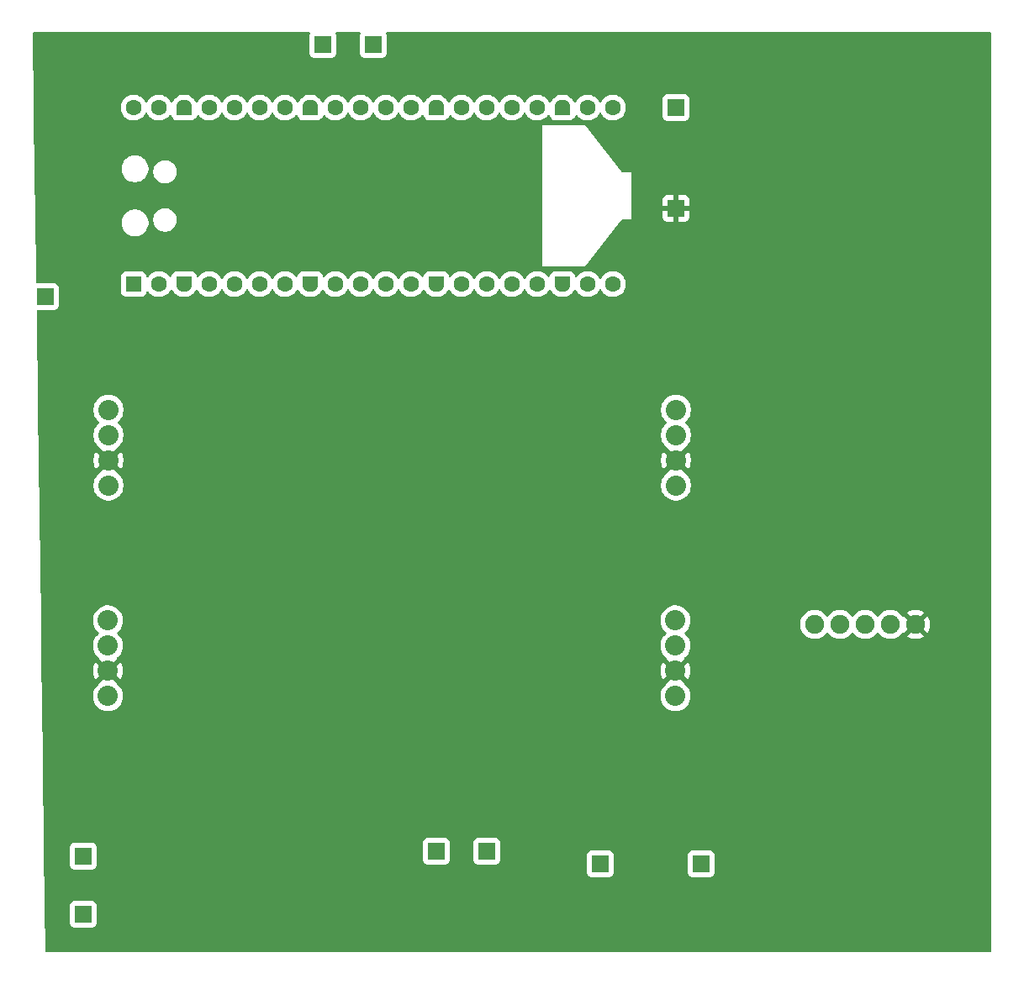
<source format=gbl>
%TF.GenerationSoftware,KiCad,Pcbnew,9.0.2*%
%TF.CreationDate,2025-06-04T18:26:55+02:00*%
%TF.ProjectId,schaltung_labor_netzteil_display,73636861-6c74-4756-9e67-5f6c61626f72,rev?*%
%TF.SameCoordinates,Original*%
%TF.FileFunction,Copper,L2,Bot*%
%TF.FilePolarity,Positive*%
%FSLAX46Y46*%
G04 Gerber Fmt 4.6, Leading zero omitted, Abs format (unit mm)*
G04 Created by KiCad (PCBNEW 9.0.2) date 2025-06-04 18:26:55*
%MOMM*%
%LPD*%
G01*
G04 APERTURE LIST*
G04 Aperture macros list*
%AMRoundRect*
0 Rectangle with rounded corners*
0 $1 Rounding radius*
0 $2 $3 $4 $5 $6 $7 $8 $9 X,Y pos of 4 corners*
0 Add a 4 corners polygon primitive as box body*
4,1,4,$2,$3,$4,$5,$6,$7,$8,$9,$2,$3,0*
0 Add four circle primitives for the rounded corners*
1,1,$1+$1,$2,$3*
1,1,$1+$1,$4,$5*
1,1,$1+$1,$6,$7*
1,1,$1+$1,$8,$9*
0 Add four rect primitives between the rounded corners*
20,1,$1+$1,$2,$3,$4,$5,0*
20,1,$1+$1,$4,$5,$6,$7,0*
20,1,$1+$1,$6,$7,$8,$9,0*
20,1,$1+$1,$8,$9,$2,$3,0*%
%AMFreePoly0*
4,1,37,0.603843,0.796157,0.639018,0.796157,0.711114,0.766294,0.766294,0.711114,0.796157,0.639018,0.796157,0.603843,0.800000,0.600000,0.800000,-0.600000,0.796157,-0.603843,0.796157,-0.639018,0.766294,-0.711114,0.711114,-0.766294,0.639018,-0.796157,0.603843,-0.796157,0.600000,-0.800000,0.000000,-0.800000,0.000000,-0.796148,-0.078414,-0.796148,-0.232228,-0.765552,-0.377117,-0.705537,
-0.507515,-0.618408,-0.618408,-0.507515,-0.705537,-0.377117,-0.765552,-0.232228,-0.796148,-0.078414,-0.796148,0.078414,-0.765552,0.232228,-0.705537,0.377117,-0.618408,0.507515,-0.507515,0.618408,-0.377117,0.705537,-0.232228,0.765552,-0.078414,0.796148,0.000000,0.796148,0.000000,0.800000,0.600000,0.800000,0.603843,0.796157,0.603843,0.796157,$1*%
%AMFreePoly1*
4,1,37,0.000000,0.796148,0.078414,0.796148,0.232228,0.765552,0.377117,0.705537,0.507515,0.618408,0.618408,0.507515,0.705537,0.377117,0.765552,0.232228,0.796148,0.078414,0.796148,-0.078414,0.765552,-0.232228,0.705537,-0.377117,0.618408,-0.507515,0.507515,-0.618408,0.377117,-0.705537,0.232228,-0.765552,0.078414,-0.796148,0.000000,-0.796148,0.000000,-0.800000,-0.600000,-0.800000,
-0.603843,-0.796157,-0.639018,-0.796157,-0.711114,-0.766294,-0.766294,-0.711114,-0.796157,-0.639018,-0.796157,-0.603843,-0.800000,-0.600000,-0.800000,0.600000,-0.796157,0.603843,-0.796157,0.639018,-0.766294,0.711114,-0.711114,0.766294,-0.639018,0.796157,-0.603843,0.796157,-0.600000,0.800000,0.000000,0.800000,0.000000,0.796148,0.000000,0.796148,$1*%
G04 Aperture macros list end*
%TA.AperFunction,ComponentPad*%
%ADD10R,1.700000X1.700000*%
%TD*%
%TA.AperFunction,ComponentPad*%
%ADD11C,2.032000*%
%TD*%
%TA.AperFunction,ComponentPad*%
%ADD12C,1.900000*%
%TD*%
%TA.AperFunction,ComponentPad*%
%ADD13RoundRect,0.200000X0.600000X-0.600000X0.600000X0.600000X-0.600000X0.600000X-0.600000X-0.600000X0*%
%TD*%
%TA.AperFunction,ComponentPad*%
%ADD14C,1.600000*%
%TD*%
%TA.AperFunction,ComponentPad*%
%ADD15FreePoly0,90.000000*%
%TD*%
%TA.AperFunction,ComponentPad*%
%ADD16FreePoly1,90.000000*%
%TD*%
G04 APERTURE END LIST*
D10*
%TO.P,J3,1,Pin_1*%
%TO.N,Net-(J11-Pin_1)*%
X234950000Y-105410000D03*
%TD*%
%TO.P,J5,1,Pin_1*%
%TO.N,Net-(A1-VSYS)*%
X179070000Y-48260000D03*
%TD*%
D11*
%TO.P,U2,1,CLK*%
%TO.N,Net-(A1-GPIO7)*%
X185374440Y-80875320D03*
X242524440Y-80875320D03*
%TO.P,U2,2,DIO*%
%TO.N,Net-(A1-GPIO6)*%
X185374440Y-83415320D03*
X242524440Y-83415320D03*
%TO.P,U2,3,GND*%
%TO.N,GND*%
X185374440Y-85955320D03*
X242524440Y-85955320D03*
%TO.P,U2,4,5V*%
%TO.N,Net-(A1-VSYS)*%
X185374440Y-88495320D03*
X242524440Y-88495320D03*
%TD*%
%TO.P,U1,1,CLK*%
%TO.N,Net-(A1-GPIO1)*%
X185420000Y-59660000D03*
X242570000Y-59660000D03*
%TO.P,U1,2,DIO*%
%TO.N,Net-(A1-GPIO0)*%
X185420000Y-62200000D03*
X242570000Y-62200000D03*
%TO.P,U1,3,GND*%
%TO.N,GND*%
X185420000Y-64740000D03*
X242570000Y-64740000D03*
%TO.P,U1,4,5V*%
%TO.N,Net-(A1-VSYS)*%
X185420000Y-67280000D03*
X242570000Y-67280000D03*
%TD*%
D10*
%TO.P,J11,1,Pin_1*%
%TO.N,Net-(J11-Pin_1)*%
X223520000Y-104140000D03*
%TD*%
%TO.P,J9,1,Pin_1*%
%TO.N,Net-(A1-GPIO27_ADC1)*%
X207010000Y-22860000D03*
%TD*%
%TO.P,J7,1,Pin_1*%
%TO.N,Net-(A1-GPIO16)*%
X242570000Y-29210000D03*
%TD*%
%TO.P,J8,1,Pin_1*%
%TO.N,Net-(A1-GPIO26_ADC0)*%
X212090000Y-22860000D03*
%TD*%
%TO.P,J2,1,Pin_1*%
%TO.N,Net-(J2-Pin_1)*%
X182880000Y-110490000D03*
%TD*%
D12*
%TO.P,U3,1,CLK*%
%TO.N,Net-(A1-GPIO13)*%
X256540000Y-81280000D03*
%TO.P,U3,2,DT*%
%TO.N,Net-(A1-GPIO14)*%
X259080000Y-81280000D03*
%TO.P,U3,3,SW*%
%TO.N,Net-(A1-GPIO15)*%
X261620000Y-81280000D03*
%TO.P,U3,4,+*%
%TO.N,Net-(A1-VSYS)*%
X264160000Y-81280000D03*
%TO.P,U3,5,GND*%
%TO.N,GND*%
X266700000Y-81280000D03*
%TD*%
D10*
%TO.P,J4,1,Pin_1*%
%TO.N,Net-(J2-Pin_1)*%
X245110000Y-105410000D03*
%TD*%
D13*
%TO.P,A1,1,GPIO0*%
%TO.N,Net-(A1-GPIO0)*%
X187960000Y-46990000D03*
D14*
%TO.P,A1,2,GPIO1*%
%TO.N,Net-(A1-GPIO1)*%
X190500000Y-46990000D03*
D15*
%TO.P,A1,3,GND*%
%TO.N,Net-(A1-GND-Pad13)*%
X193040000Y-46990000D03*
D14*
%TO.P,A1,4,GPIO2*%
%TO.N,unconnected-(A1-GPIO2-Pad4)*%
X195580000Y-46990000D03*
%TO.P,A1,5,GPIO3*%
%TO.N,unconnected-(A1-GPIO3-Pad5)*%
X198120000Y-46990000D03*
%TO.P,A1,6,GPIO4*%
%TO.N,unconnected-(A1-GPIO4-Pad6)*%
X200660000Y-46990000D03*
%TO.P,A1,7,GPIO5*%
%TO.N,unconnected-(A1-GPIO5-Pad7)*%
X203200000Y-46990000D03*
D15*
%TO.P,A1,8,GND*%
%TO.N,Net-(A1-GND-Pad13)*%
X205740000Y-46990000D03*
D14*
%TO.P,A1,9,GPIO6*%
%TO.N,Net-(A1-GPIO6)*%
X208280000Y-46990000D03*
%TO.P,A1,10,GPIO7*%
%TO.N,Net-(A1-GPIO7)*%
X210820000Y-46990000D03*
%TO.P,A1,11,GPIO8*%
%TO.N,unconnected-(A1-GPIO8-Pad11)*%
X213360000Y-46990000D03*
%TO.P,A1,12,GPIO9*%
%TO.N,unconnected-(A1-GPIO9-Pad12)*%
X215900000Y-46990000D03*
D15*
%TO.P,A1,13,GND*%
%TO.N,Net-(A1-GND-Pad13)*%
X218440000Y-46990000D03*
D14*
%TO.P,A1,14,GPIO10*%
%TO.N,unconnected-(A1-GPIO10-Pad14)*%
X220980000Y-46990000D03*
%TO.P,A1,15,GPIO11*%
%TO.N,unconnected-(A1-GPIO11-Pad15)*%
X223520000Y-46990000D03*
%TO.P,A1,16,GPIO12*%
%TO.N,unconnected-(A1-GPIO12-Pad16)*%
X226060000Y-46990000D03*
%TO.P,A1,17,GPIO13*%
%TO.N,Net-(A1-GPIO13)*%
X228600000Y-46990000D03*
D15*
%TO.P,A1,18,GND*%
%TO.N,Net-(A1-GND-Pad13)*%
X231140000Y-46990000D03*
D14*
%TO.P,A1,19,GPIO14*%
%TO.N,Net-(A1-GPIO14)*%
X233680000Y-46990000D03*
%TO.P,A1,20,GPIO15*%
%TO.N,Net-(A1-GPIO15)*%
X236220000Y-46990000D03*
%TO.P,A1,21,GPIO16*%
%TO.N,Net-(A1-GPIO16)*%
X236220000Y-29210000D03*
%TO.P,A1,22,GPIO17*%
%TO.N,unconnected-(A1-GPIO17-Pad22)*%
X233680000Y-29210000D03*
D16*
%TO.P,A1,23,GND*%
%TO.N,Net-(A1-GND-Pad13)*%
X231140000Y-29210000D03*
D14*
%TO.P,A1,24,GPIO18*%
%TO.N,unconnected-(A1-GPIO18-Pad24)*%
X228600000Y-29210000D03*
%TO.P,A1,25,GPIO19*%
%TO.N,unconnected-(A1-GPIO19-Pad25)*%
X226060000Y-29210000D03*
%TO.P,A1,26,GPIO20*%
%TO.N,unconnected-(A1-GPIO20-Pad26)*%
X223520000Y-29210000D03*
%TO.P,A1,27,GPIO21*%
%TO.N,unconnected-(A1-GPIO21-Pad27)*%
X220980000Y-29210000D03*
D16*
%TO.P,A1,28,GND*%
%TO.N,Net-(A1-GND-Pad13)*%
X218440000Y-29210000D03*
D14*
%TO.P,A1,29,GPIO22*%
%TO.N,unconnected-(A1-GPIO22-Pad29)*%
X215900000Y-29210000D03*
%TO.P,A1,30,RUN*%
%TO.N,unconnected-(A1-RUN-Pad30)*%
X213360000Y-29210000D03*
%TO.P,A1,31,GPIO26_ADC0*%
%TO.N,Net-(A1-GPIO26_ADC0)*%
X210820000Y-29210000D03*
%TO.P,A1,32,GPIO27_ADC1*%
%TO.N,Net-(A1-GPIO27_ADC1)*%
X208280000Y-29210000D03*
D16*
%TO.P,A1,33,AGND*%
%TO.N,unconnected-(A1-AGND-Pad33)*%
X205740000Y-29210000D03*
D14*
%TO.P,A1,34,GPIO28_ADC2*%
%TO.N,unconnected-(A1-GPIO28_ADC2-Pad34)*%
X203200000Y-29210000D03*
%TO.P,A1,35,ADC_VREF*%
%TO.N,unconnected-(A1-ADC_VREF-Pad35)*%
X200660000Y-29210000D03*
%TO.P,A1,36,3V3*%
%TO.N,unconnected-(A1-3V3-Pad36)*%
X198120000Y-29210000D03*
%TO.P,A1,37,3V3_EN*%
%TO.N,unconnected-(A1-3V3_EN-Pad37)*%
X195580000Y-29210000D03*
D16*
%TO.P,A1,38,GND*%
%TO.N,Net-(A1-GND-Pad13)*%
X193040000Y-29210000D03*
D14*
%TO.P,A1,39,VSYS*%
%TO.N,Net-(A1-VSYS)*%
X190500000Y-29210000D03*
%TO.P,A1,40,VBUS*%
%TO.N,unconnected-(A1-VBUS-Pad40)*%
X187960000Y-29210000D03*
%TD*%
D10*
%TO.P,J6,1,Pin_1*%
%TO.N,GND*%
X242570000Y-39370000D03*
%TD*%
%TO.P,J10,1,Pin_1*%
%TO.N,Net-(J1-Pin_1)*%
X218440000Y-104140000D03*
%TD*%
%TO.P,J1,1,Pin_1*%
%TO.N,Net-(J1-Pin_1)*%
X182880000Y-104620000D03*
%TD*%
%TA.AperFunction,Conductor*%
%TO.N,GND*%
G36*
X205671266Y-21609685D02*
G01*
X205717021Y-21662489D01*
X205726965Y-21731647D01*
X205717915Y-21758841D01*
X205719303Y-21759359D01*
X205665908Y-21902517D01*
X205659501Y-21962116D01*
X205659501Y-21962123D01*
X205659500Y-21962135D01*
X205659500Y-23757870D01*
X205659501Y-23757876D01*
X205665908Y-23817483D01*
X205716202Y-23952328D01*
X205716206Y-23952335D01*
X205802452Y-24067544D01*
X205802455Y-24067547D01*
X205917664Y-24153793D01*
X205917671Y-24153797D01*
X206052517Y-24204091D01*
X206052516Y-24204091D01*
X206059444Y-24204835D01*
X206112127Y-24210500D01*
X207907872Y-24210499D01*
X207967483Y-24204091D01*
X208102331Y-24153796D01*
X208217546Y-24067546D01*
X208303796Y-23952331D01*
X208354091Y-23817483D01*
X208360500Y-23757873D01*
X208360499Y-21962128D01*
X208354091Y-21902517D01*
X208303796Y-21767669D01*
X208300697Y-21759359D01*
X208303639Y-21758261D01*
X208292090Y-21705141D01*
X208316514Y-21639679D01*
X208372452Y-21597814D01*
X208415773Y-21590000D01*
X210684227Y-21590000D01*
X210751266Y-21609685D01*
X210797021Y-21662489D01*
X210806965Y-21731647D01*
X210797915Y-21758841D01*
X210799303Y-21759359D01*
X210745908Y-21902517D01*
X210739501Y-21962116D01*
X210739501Y-21962123D01*
X210739500Y-21962135D01*
X210739500Y-23757870D01*
X210739501Y-23757876D01*
X210745908Y-23817483D01*
X210796202Y-23952328D01*
X210796206Y-23952335D01*
X210882452Y-24067544D01*
X210882455Y-24067547D01*
X210997664Y-24153793D01*
X210997671Y-24153797D01*
X211132517Y-24204091D01*
X211132516Y-24204091D01*
X211139444Y-24204835D01*
X211192127Y-24210500D01*
X212987872Y-24210499D01*
X213047483Y-24204091D01*
X213182331Y-24153796D01*
X213297546Y-24067546D01*
X213383796Y-23952331D01*
X213434091Y-23817483D01*
X213440500Y-23757873D01*
X213440499Y-21962128D01*
X213434091Y-21902517D01*
X213383796Y-21767669D01*
X213380697Y-21759359D01*
X213383639Y-21758261D01*
X213372090Y-21705141D01*
X213396514Y-21639679D01*
X213452452Y-21597814D01*
X213495773Y-21590000D01*
X274196000Y-21590000D01*
X274263039Y-21609685D01*
X274308794Y-21662489D01*
X274320000Y-21714000D01*
X274320000Y-114176000D01*
X274300315Y-114243039D01*
X274247511Y-114288794D01*
X274196000Y-114300000D01*
X179192313Y-114300000D01*
X179125274Y-114280315D01*
X179079519Y-114227511D01*
X179068325Y-114177698D01*
X179005509Y-109592135D01*
X181529500Y-109592135D01*
X181529500Y-111387870D01*
X181529501Y-111387876D01*
X181535908Y-111447483D01*
X181586202Y-111582328D01*
X181586206Y-111582335D01*
X181672452Y-111697544D01*
X181672455Y-111697547D01*
X181787664Y-111783793D01*
X181787671Y-111783797D01*
X181922517Y-111834091D01*
X181922516Y-111834091D01*
X181929444Y-111834835D01*
X181982127Y-111840500D01*
X183777872Y-111840499D01*
X183837483Y-111834091D01*
X183972331Y-111783796D01*
X184087546Y-111697546D01*
X184173796Y-111582331D01*
X184224091Y-111447483D01*
X184230500Y-111387873D01*
X184230499Y-109592128D01*
X184224091Y-109532517D01*
X184173796Y-109397669D01*
X184173795Y-109397668D01*
X184173793Y-109397664D01*
X184087547Y-109282455D01*
X184087544Y-109282452D01*
X183972335Y-109196206D01*
X183972328Y-109196202D01*
X183837482Y-109145908D01*
X183837483Y-109145908D01*
X183777883Y-109139501D01*
X183777881Y-109139500D01*
X183777873Y-109139500D01*
X183777864Y-109139500D01*
X181982129Y-109139500D01*
X181982123Y-109139501D01*
X181922516Y-109145908D01*
X181787671Y-109196202D01*
X181787664Y-109196206D01*
X181672455Y-109282452D01*
X181672452Y-109282455D01*
X181586206Y-109397664D01*
X181586202Y-109397671D01*
X181535908Y-109532517D01*
X181529674Y-109590504D01*
X181529501Y-109592123D01*
X181529500Y-109592135D01*
X179005509Y-109592135D01*
X179005487Y-109590504D01*
X178925098Y-103722135D01*
X181529500Y-103722135D01*
X181529500Y-105517870D01*
X181529501Y-105517876D01*
X181535908Y-105577483D01*
X181586202Y-105712328D01*
X181586206Y-105712335D01*
X181672452Y-105827544D01*
X181672455Y-105827547D01*
X181787664Y-105913793D01*
X181787671Y-105913797D01*
X181922517Y-105964091D01*
X181922516Y-105964091D01*
X181929444Y-105964835D01*
X181982127Y-105970500D01*
X183777872Y-105970499D01*
X183837483Y-105964091D01*
X183972331Y-105913796D01*
X184087546Y-105827546D01*
X184173796Y-105712331D01*
X184224091Y-105577483D01*
X184230500Y-105517873D01*
X184230499Y-103722128D01*
X184224091Y-103662517D01*
X184173796Y-103527669D01*
X184173795Y-103527668D01*
X184173793Y-103527664D01*
X184087547Y-103412455D01*
X183988185Y-103338072D01*
X183972331Y-103326204D01*
X183972328Y-103326202D01*
X183837482Y-103275908D01*
X183837483Y-103275908D01*
X183777883Y-103269501D01*
X183777881Y-103269500D01*
X183777873Y-103269500D01*
X183777864Y-103269500D01*
X181982129Y-103269500D01*
X181982123Y-103269501D01*
X181922516Y-103275908D01*
X181787671Y-103326202D01*
X181787664Y-103326206D01*
X181672455Y-103412452D01*
X181672452Y-103412455D01*
X181586206Y-103527664D01*
X181586202Y-103527671D01*
X181535908Y-103662517D01*
X181529674Y-103720504D01*
X181529501Y-103722123D01*
X181529500Y-103722135D01*
X178925098Y-103722135D01*
X178925076Y-103720504D01*
X178918523Y-103242135D01*
X217089500Y-103242135D01*
X217089500Y-105037870D01*
X217089501Y-105037876D01*
X217095908Y-105097483D01*
X217146202Y-105232328D01*
X217146206Y-105232335D01*
X217232452Y-105347544D01*
X217232455Y-105347547D01*
X217347664Y-105433793D01*
X217347671Y-105433797D01*
X217482517Y-105484091D01*
X217482516Y-105484091D01*
X217489444Y-105484835D01*
X217542127Y-105490500D01*
X219337872Y-105490499D01*
X219397483Y-105484091D01*
X219532331Y-105433796D01*
X219647546Y-105347546D01*
X219733796Y-105232331D01*
X219784091Y-105097483D01*
X219790500Y-105037873D01*
X219790499Y-103242135D01*
X222169500Y-103242135D01*
X222169500Y-105037870D01*
X222169501Y-105037876D01*
X222175908Y-105097483D01*
X222226202Y-105232328D01*
X222226206Y-105232335D01*
X222312452Y-105347544D01*
X222312455Y-105347547D01*
X222427664Y-105433793D01*
X222427671Y-105433797D01*
X222562517Y-105484091D01*
X222562516Y-105484091D01*
X222569444Y-105484835D01*
X222622127Y-105490500D01*
X224417872Y-105490499D01*
X224477483Y-105484091D01*
X224612331Y-105433796D01*
X224727546Y-105347546D01*
X224813796Y-105232331D01*
X224864091Y-105097483D01*
X224870500Y-105037873D01*
X224870499Y-104512135D01*
X233599500Y-104512135D01*
X233599500Y-106307870D01*
X233599501Y-106307876D01*
X233605908Y-106367483D01*
X233656202Y-106502328D01*
X233656206Y-106502335D01*
X233742452Y-106617544D01*
X233742455Y-106617547D01*
X233857664Y-106703793D01*
X233857671Y-106703797D01*
X233992517Y-106754091D01*
X233992516Y-106754091D01*
X233999444Y-106754835D01*
X234052127Y-106760500D01*
X235847872Y-106760499D01*
X235907483Y-106754091D01*
X236042331Y-106703796D01*
X236157546Y-106617546D01*
X236243796Y-106502331D01*
X236294091Y-106367483D01*
X236300500Y-106307873D01*
X236300499Y-104512135D01*
X243759500Y-104512135D01*
X243759500Y-106307870D01*
X243759501Y-106307876D01*
X243765908Y-106367483D01*
X243816202Y-106502328D01*
X243816206Y-106502335D01*
X243902452Y-106617544D01*
X243902455Y-106617547D01*
X244017664Y-106703793D01*
X244017671Y-106703797D01*
X244152517Y-106754091D01*
X244152516Y-106754091D01*
X244159444Y-106754835D01*
X244212127Y-106760500D01*
X246007872Y-106760499D01*
X246067483Y-106754091D01*
X246202331Y-106703796D01*
X246317546Y-106617546D01*
X246403796Y-106502331D01*
X246454091Y-106367483D01*
X246460500Y-106307873D01*
X246460499Y-104512128D01*
X246454091Y-104452517D01*
X246403796Y-104317669D01*
X246403795Y-104317668D01*
X246403793Y-104317664D01*
X246317547Y-104202455D01*
X246317544Y-104202452D01*
X246202335Y-104116206D01*
X246202328Y-104116202D01*
X246067482Y-104065908D01*
X246067483Y-104065908D01*
X246007883Y-104059501D01*
X246007881Y-104059500D01*
X246007873Y-104059500D01*
X246007864Y-104059500D01*
X244212129Y-104059500D01*
X244212123Y-104059501D01*
X244152516Y-104065908D01*
X244017671Y-104116202D01*
X244017664Y-104116206D01*
X243902455Y-104202452D01*
X243902452Y-104202455D01*
X243816206Y-104317664D01*
X243816202Y-104317671D01*
X243765908Y-104452517D01*
X243759857Y-104508805D01*
X243759501Y-104512123D01*
X243759500Y-104512135D01*
X236300499Y-104512135D01*
X236300499Y-104512128D01*
X236294091Y-104452517D01*
X236243796Y-104317669D01*
X236243795Y-104317668D01*
X236243793Y-104317664D01*
X236157547Y-104202455D01*
X236157544Y-104202452D01*
X236042335Y-104116206D01*
X236042328Y-104116202D01*
X235907482Y-104065908D01*
X235907483Y-104065908D01*
X235847883Y-104059501D01*
X235847881Y-104059500D01*
X235847873Y-104059500D01*
X235847864Y-104059500D01*
X234052129Y-104059500D01*
X234052123Y-104059501D01*
X233992516Y-104065908D01*
X233857671Y-104116202D01*
X233857664Y-104116206D01*
X233742455Y-104202452D01*
X233742452Y-104202455D01*
X233656206Y-104317664D01*
X233656202Y-104317671D01*
X233605908Y-104452517D01*
X233599857Y-104508805D01*
X233599501Y-104512123D01*
X233599500Y-104512135D01*
X224870499Y-104512135D01*
X224870499Y-104116206D01*
X224870499Y-103242129D01*
X224870498Y-103242123D01*
X224870497Y-103242116D01*
X224864091Y-103182517D01*
X224813796Y-103047669D01*
X224813795Y-103047668D01*
X224813793Y-103047664D01*
X224727547Y-102932455D01*
X224727544Y-102932452D01*
X224612335Y-102846206D01*
X224612328Y-102846202D01*
X224477482Y-102795908D01*
X224477483Y-102795908D01*
X224417883Y-102789501D01*
X224417881Y-102789500D01*
X224417873Y-102789500D01*
X224417864Y-102789500D01*
X222622129Y-102789500D01*
X222622123Y-102789501D01*
X222562516Y-102795908D01*
X222427671Y-102846202D01*
X222427664Y-102846206D01*
X222312455Y-102932452D01*
X222312452Y-102932455D01*
X222226206Y-103047664D01*
X222226202Y-103047671D01*
X222175908Y-103182517D01*
X222169501Y-103242116D01*
X222169501Y-103242123D01*
X222169500Y-103242135D01*
X219790499Y-103242135D01*
X219790499Y-103242128D01*
X219784091Y-103182517D01*
X219733796Y-103047669D01*
X219733795Y-103047668D01*
X219733793Y-103047664D01*
X219647547Y-102932455D01*
X219647544Y-102932452D01*
X219532335Y-102846206D01*
X219532328Y-102846202D01*
X219397482Y-102795908D01*
X219397483Y-102795908D01*
X219337883Y-102789501D01*
X219337881Y-102789500D01*
X219337873Y-102789500D01*
X219337864Y-102789500D01*
X217542129Y-102789500D01*
X217542123Y-102789501D01*
X217482516Y-102795908D01*
X217347671Y-102846202D01*
X217347664Y-102846206D01*
X217232455Y-102932452D01*
X217232452Y-102932455D01*
X217146206Y-103047664D01*
X217146202Y-103047671D01*
X217095908Y-103182517D01*
X217089501Y-103242116D01*
X217089501Y-103242123D01*
X217089500Y-103242135D01*
X178918523Y-103242135D01*
X178714833Y-88372795D01*
X178680039Y-85832834D01*
X178634665Y-82520578D01*
X178610492Y-80755969D01*
X183857940Y-80755969D01*
X183857940Y-80994670D01*
X183895281Y-81230431D01*
X183895281Y-81230432D01*
X183895282Y-81230435D01*
X183969045Y-81457454D01*
X184077413Y-81670139D01*
X184217719Y-81863253D01*
X184386507Y-82032041D01*
X184386510Y-82032043D01*
X184404348Y-82045004D01*
X184447012Y-82100335D01*
X184452990Y-82169949D01*
X184420382Y-82231743D01*
X184404348Y-82245636D01*
X184386510Y-82258596D01*
X184386504Y-82258601D01*
X184217721Y-82427384D01*
X184217721Y-82427385D01*
X184217719Y-82427387D01*
X184189039Y-82466862D01*
X184077413Y-82620500D01*
X183969046Y-82833183D01*
X183895281Y-83060207D01*
X183895281Y-83060208D01*
X183857940Y-83295969D01*
X183857940Y-83534670D01*
X183895281Y-83770431D01*
X183895281Y-83770432D01*
X183895282Y-83770435D01*
X183969045Y-83997454D01*
X184077413Y-84210139D01*
X184217719Y-84403253D01*
X184386507Y-84572041D01*
X184442994Y-84613081D01*
X184485659Y-84668411D01*
X184493367Y-84720695D01*
X185279976Y-85507303D01*
X185197967Y-85529278D01*
X185093713Y-85589469D01*
X185008589Y-85674593D01*
X184948398Y-85778847D01*
X184926423Y-85860856D01*
X184140325Y-85074758D01*
X184077838Y-85160766D01*
X183969506Y-85373377D01*
X183969505Y-85373380D01*
X183895769Y-85600320D01*
X183858440Y-85836008D01*
X183858440Y-86074631D01*
X183895769Y-86310319D01*
X183969505Y-86537259D01*
X183969506Y-86537262D01*
X184077842Y-86749880D01*
X184140324Y-86835880D01*
X184140326Y-86835880D01*
X184926423Y-86049783D01*
X184948398Y-86131793D01*
X185008589Y-86236047D01*
X185093713Y-86321171D01*
X185197967Y-86381362D01*
X185279976Y-86403336D01*
X184493174Y-87190136D01*
X184479361Y-87255890D01*
X184442995Y-87297557D01*
X184386507Y-87338598D01*
X184217721Y-87507384D01*
X184217721Y-87507385D01*
X184217719Y-87507387D01*
X184157462Y-87590322D01*
X184077413Y-87700500D01*
X183969046Y-87913183D01*
X183895281Y-88140207D01*
X183895281Y-88140208D01*
X183857940Y-88375969D01*
X183857940Y-88614670D01*
X183895281Y-88850431D01*
X183895281Y-88850432D01*
X183895282Y-88850435D01*
X183969045Y-89077454D01*
X184077413Y-89290139D01*
X184217719Y-89483253D01*
X184386507Y-89652041D01*
X184579621Y-89792347D01*
X184792306Y-89900715D01*
X185019325Y-89974478D01*
X185255089Y-90011820D01*
X185255090Y-90011820D01*
X185493790Y-90011820D01*
X185493791Y-90011820D01*
X185729555Y-89974478D01*
X185956574Y-89900715D01*
X186169259Y-89792347D01*
X186362373Y-89652041D01*
X186531161Y-89483253D01*
X186671467Y-89290139D01*
X186779835Y-89077454D01*
X186853598Y-88850435D01*
X186890940Y-88614671D01*
X186890940Y-88375969D01*
X186853598Y-88140205D01*
X186779835Y-87913186D01*
X186671467Y-87700501D01*
X186531161Y-87507387D01*
X186362373Y-87338599D01*
X186305882Y-87297555D01*
X186263218Y-87242227D01*
X186255509Y-87189942D01*
X185468903Y-86403336D01*
X185550913Y-86381362D01*
X185655167Y-86321171D01*
X185740291Y-86236047D01*
X185800482Y-86131793D01*
X185822456Y-86049784D01*
X186608553Y-86835881D01*
X186608553Y-86835880D01*
X186671039Y-86749877D01*
X186779373Y-86537262D01*
X186779374Y-86537259D01*
X186853110Y-86310319D01*
X186890440Y-86074631D01*
X186890440Y-85836008D01*
X186853110Y-85600320D01*
X186779374Y-85373380D01*
X186779373Y-85373377D01*
X186671037Y-85160759D01*
X186608554Y-85074758D01*
X186608553Y-85074757D01*
X185822456Y-85860855D01*
X185800482Y-85778847D01*
X185740291Y-85674593D01*
X185655167Y-85589469D01*
X185550913Y-85529278D01*
X185468902Y-85507302D01*
X186255703Y-84720503D01*
X186269514Y-84654754D01*
X186305882Y-84613083D01*
X186362373Y-84572041D01*
X186531161Y-84403253D01*
X186671467Y-84210139D01*
X186779835Y-83997454D01*
X186853598Y-83770435D01*
X186890940Y-83534671D01*
X186890940Y-83295969D01*
X186853598Y-83060205D01*
X186779835Y-82833186D01*
X186671467Y-82620501D01*
X186531161Y-82427387D01*
X186362373Y-82258599D01*
X186344532Y-82245637D01*
X186301868Y-82190310D01*
X186295887Y-82120697D01*
X186328492Y-82058901D01*
X186344531Y-82045004D01*
X186362373Y-82032041D01*
X186531161Y-81863253D01*
X186671467Y-81670139D01*
X186779835Y-81457454D01*
X186853598Y-81230435D01*
X186890940Y-80994671D01*
X186890940Y-80755969D01*
X241007940Y-80755969D01*
X241007940Y-80994670D01*
X241045281Y-81230431D01*
X241045281Y-81230432D01*
X241045282Y-81230435D01*
X241119045Y-81457454D01*
X241227413Y-81670139D01*
X241367719Y-81863253D01*
X241536507Y-82032041D01*
X241536510Y-82032043D01*
X241554348Y-82045004D01*
X241597012Y-82100335D01*
X241602990Y-82169949D01*
X241570382Y-82231743D01*
X241554348Y-82245636D01*
X241536510Y-82258596D01*
X241536504Y-82258601D01*
X241367721Y-82427384D01*
X241367721Y-82427385D01*
X241367719Y-82427387D01*
X241339039Y-82466862D01*
X241227413Y-82620500D01*
X241119046Y-82833183D01*
X241045281Y-83060207D01*
X241045281Y-83060208D01*
X241007940Y-83295969D01*
X241007940Y-83534670D01*
X241045281Y-83770431D01*
X241045281Y-83770432D01*
X241045282Y-83770435D01*
X241119045Y-83997454D01*
X241227413Y-84210139D01*
X241367719Y-84403253D01*
X241536507Y-84572041D01*
X241592994Y-84613081D01*
X241635659Y-84668411D01*
X241643367Y-84720695D01*
X242429976Y-85507303D01*
X242347967Y-85529278D01*
X242243713Y-85589469D01*
X242158589Y-85674593D01*
X242098398Y-85778847D01*
X242076423Y-85860856D01*
X241290325Y-85074758D01*
X241227838Y-85160766D01*
X241119506Y-85373377D01*
X241119505Y-85373380D01*
X241045769Y-85600320D01*
X241008440Y-85836008D01*
X241008440Y-86074631D01*
X241045769Y-86310319D01*
X241119505Y-86537259D01*
X241119506Y-86537262D01*
X241227842Y-86749880D01*
X241290324Y-86835880D01*
X241290326Y-86835880D01*
X242076423Y-86049783D01*
X242098398Y-86131793D01*
X242158589Y-86236047D01*
X242243713Y-86321171D01*
X242347967Y-86381362D01*
X242429976Y-86403336D01*
X241643174Y-87190136D01*
X241629361Y-87255890D01*
X241592995Y-87297557D01*
X241536507Y-87338598D01*
X241367721Y-87507384D01*
X241367721Y-87507385D01*
X241367719Y-87507387D01*
X241307462Y-87590322D01*
X241227413Y-87700500D01*
X241119046Y-87913183D01*
X241045281Y-88140207D01*
X241045281Y-88140208D01*
X241007940Y-88375969D01*
X241007940Y-88614670D01*
X241045281Y-88850431D01*
X241045281Y-88850432D01*
X241045282Y-88850435D01*
X241119045Y-89077454D01*
X241227413Y-89290139D01*
X241367719Y-89483253D01*
X241536507Y-89652041D01*
X241729621Y-89792347D01*
X241942306Y-89900715D01*
X242169325Y-89974478D01*
X242405089Y-90011820D01*
X242405090Y-90011820D01*
X242643790Y-90011820D01*
X242643791Y-90011820D01*
X242879555Y-89974478D01*
X243106574Y-89900715D01*
X243319259Y-89792347D01*
X243512373Y-89652041D01*
X243681161Y-89483253D01*
X243821467Y-89290139D01*
X243929835Y-89077454D01*
X244003598Y-88850435D01*
X244040940Y-88614671D01*
X244040940Y-88375969D01*
X244003598Y-88140205D01*
X243929835Y-87913186D01*
X243821467Y-87700501D01*
X243681161Y-87507387D01*
X243512373Y-87338599D01*
X243455882Y-87297555D01*
X243413218Y-87242227D01*
X243405509Y-87189942D01*
X242618903Y-86403336D01*
X242700913Y-86381362D01*
X242805167Y-86321171D01*
X242890291Y-86236047D01*
X242950482Y-86131793D01*
X242972456Y-86049783D01*
X243758553Y-86835881D01*
X243758553Y-86835880D01*
X243821039Y-86749877D01*
X243929373Y-86537262D01*
X243929374Y-86537259D01*
X244003110Y-86310319D01*
X244040440Y-86074631D01*
X244040440Y-85836008D01*
X244003110Y-85600320D01*
X243929374Y-85373380D01*
X243929373Y-85373377D01*
X243821037Y-85160759D01*
X243758554Y-85074758D01*
X243758553Y-85074757D01*
X242972456Y-85860855D01*
X242950482Y-85778847D01*
X242890291Y-85674593D01*
X242805167Y-85589469D01*
X242700913Y-85529278D01*
X242618902Y-85507302D01*
X243405703Y-84720503D01*
X243419514Y-84654754D01*
X243455882Y-84613083D01*
X243512373Y-84572041D01*
X243681161Y-84403253D01*
X243821467Y-84210139D01*
X243929835Y-83997454D01*
X244003598Y-83770435D01*
X244040940Y-83534671D01*
X244040940Y-83295969D01*
X244003598Y-83060205D01*
X243929835Y-82833186D01*
X243821467Y-82620501D01*
X243681161Y-82427387D01*
X243512373Y-82258599D01*
X243494532Y-82245637D01*
X243451868Y-82190310D01*
X243445887Y-82120697D01*
X243478492Y-82058901D01*
X243494531Y-82045004D01*
X243512373Y-82032041D01*
X243681161Y-81863253D01*
X243821467Y-81670139D01*
X243929835Y-81457454D01*
X244003598Y-81230435D01*
X244013829Y-81165843D01*
X244013830Y-81165837D01*
X255089500Y-81165837D01*
X255089500Y-81394162D01*
X255125215Y-81619660D01*
X255195770Y-81836803D01*
X255295251Y-82032043D01*
X255299421Y-82040228D01*
X255433621Y-82224937D01*
X255595063Y-82386379D01*
X255779772Y-82520579D01*
X255875884Y-82569550D01*
X255983196Y-82624229D01*
X255983198Y-82624229D01*
X255983201Y-82624231D01*
X256099592Y-82662049D01*
X256200339Y-82694784D01*
X256425838Y-82730500D01*
X256425843Y-82730500D01*
X256654162Y-82730500D01*
X256879660Y-82694784D01*
X256881165Y-82694295D01*
X257096799Y-82624231D01*
X257300228Y-82520579D01*
X257484937Y-82386379D01*
X257646379Y-82224937D01*
X257709682Y-82137807D01*
X257765012Y-82095143D01*
X257834626Y-82089164D01*
X257896421Y-82121770D01*
X257910315Y-82137804D01*
X257973621Y-82224937D01*
X258135063Y-82386379D01*
X258319772Y-82520579D01*
X258415884Y-82569550D01*
X258523196Y-82624229D01*
X258523198Y-82624229D01*
X258523201Y-82624231D01*
X258639592Y-82662049D01*
X258740339Y-82694784D01*
X258965838Y-82730500D01*
X258965843Y-82730500D01*
X259194162Y-82730500D01*
X259419660Y-82694784D01*
X259421165Y-82694295D01*
X259636799Y-82624231D01*
X259840228Y-82520579D01*
X260024937Y-82386379D01*
X260186379Y-82224937D01*
X260249682Y-82137807D01*
X260305012Y-82095143D01*
X260374626Y-82089164D01*
X260436421Y-82121770D01*
X260450315Y-82137804D01*
X260513621Y-82224937D01*
X260675063Y-82386379D01*
X260859772Y-82520579D01*
X260955884Y-82569550D01*
X261063196Y-82624229D01*
X261063198Y-82624229D01*
X261063201Y-82624231D01*
X261179592Y-82662049D01*
X261280339Y-82694784D01*
X261505838Y-82730500D01*
X261505843Y-82730500D01*
X261734162Y-82730500D01*
X261959660Y-82694784D01*
X261961165Y-82694295D01*
X262176799Y-82624231D01*
X262380228Y-82520579D01*
X262564937Y-82386379D01*
X262726379Y-82224937D01*
X262789682Y-82137807D01*
X262845012Y-82095143D01*
X262914626Y-82089164D01*
X262976421Y-82121770D01*
X262990315Y-82137804D01*
X263053621Y-82224937D01*
X263215063Y-82386379D01*
X263399772Y-82520579D01*
X263495884Y-82569550D01*
X263603196Y-82624229D01*
X263603198Y-82624229D01*
X263603201Y-82624231D01*
X263719592Y-82662049D01*
X263820339Y-82694784D01*
X264045838Y-82730500D01*
X264045843Y-82730500D01*
X264274162Y-82730500D01*
X264499660Y-82694784D01*
X264501165Y-82694295D01*
X264716799Y-82624231D01*
X264920228Y-82520579D01*
X265104937Y-82386379D01*
X265266379Y-82224937D01*
X265329991Y-82137383D01*
X265385320Y-82094718D01*
X265454933Y-82088739D01*
X265499458Y-82112232D01*
X265513137Y-82113309D01*
X266300000Y-81326446D01*
X266300000Y-81332661D01*
X266327259Y-81434394D01*
X266379920Y-81525606D01*
X266454394Y-81600080D01*
X266545606Y-81652741D01*
X266647339Y-81680000D01*
X266653553Y-81680000D01*
X265866688Y-82466862D01*
X265866689Y-82466863D01*
X265940030Y-82520148D01*
X266143395Y-82623769D01*
X266360455Y-82694295D01*
X266585884Y-82730000D01*
X266814116Y-82730000D01*
X267039544Y-82694295D01*
X267256604Y-82623769D01*
X267459966Y-82520150D01*
X267533309Y-82466862D01*
X267533310Y-82466862D01*
X266746447Y-81680000D01*
X266752661Y-81680000D01*
X266854394Y-81652741D01*
X266945606Y-81600080D01*
X267020080Y-81525606D01*
X267072741Y-81434394D01*
X267100000Y-81332661D01*
X267100000Y-81326447D01*
X267886862Y-82113310D01*
X267886862Y-82113309D01*
X267940150Y-82039966D01*
X268043769Y-81836604D01*
X268114295Y-81619544D01*
X268150000Y-81394116D01*
X268150000Y-81165883D01*
X268114295Y-80940455D01*
X268043769Y-80723395D01*
X267940148Y-80520030D01*
X267886863Y-80446689D01*
X267886862Y-80446688D01*
X267100000Y-81233551D01*
X267100000Y-81227339D01*
X267072741Y-81125606D01*
X267020080Y-81034394D01*
X266945606Y-80959920D01*
X266854394Y-80907259D01*
X266752661Y-80880000D01*
X266746446Y-80880000D01*
X267533309Y-80093137D01*
X267533309Y-80093135D01*
X267459969Y-80039851D01*
X267256604Y-79936230D01*
X267039544Y-79865704D01*
X266814116Y-79830000D01*
X266585884Y-79830000D01*
X266360455Y-79865704D01*
X266143395Y-79936230D01*
X265940035Y-80039848D01*
X265940033Y-80039849D01*
X265866689Y-80093135D01*
X265866689Y-80093136D01*
X266653554Y-80880000D01*
X266647339Y-80880000D01*
X266545606Y-80907259D01*
X266454394Y-80959920D01*
X266379920Y-81034394D01*
X266327259Y-81125606D01*
X266300000Y-81227339D01*
X266300000Y-81233553D01*
X265513136Y-80446689D01*
X265497842Y-80447893D01*
X265475291Y-80465282D01*
X265405678Y-80471258D01*
X265343884Y-80438651D01*
X265329993Y-80422620D01*
X265266379Y-80335063D01*
X265104937Y-80173621D01*
X264920228Y-80039421D01*
X264716803Y-79935770D01*
X264499660Y-79865215D01*
X264274162Y-79829500D01*
X264274157Y-79829500D01*
X264045843Y-79829500D01*
X264045838Y-79829500D01*
X263820339Y-79865215D01*
X263603196Y-79935770D01*
X263399771Y-80039421D01*
X263215061Y-80173622D01*
X263053623Y-80335060D01*
X263053616Y-80335069D01*
X262990317Y-80422191D01*
X262934987Y-80464857D01*
X262865373Y-80470835D01*
X262803579Y-80438228D01*
X262789683Y-80422191D01*
X262726383Y-80335069D01*
X262726379Y-80335063D01*
X262564937Y-80173621D01*
X262380228Y-80039421D01*
X262176803Y-79935770D01*
X261959660Y-79865215D01*
X261734162Y-79829500D01*
X261734157Y-79829500D01*
X261505843Y-79829500D01*
X261505838Y-79829500D01*
X261280339Y-79865215D01*
X261063196Y-79935770D01*
X260859771Y-80039421D01*
X260675061Y-80173622D01*
X260513623Y-80335060D01*
X260513616Y-80335069D01*
X260450317Y-80422191D01*
X260394987Y-80464857D01*
X260325373Y-80470835D01*
X260263579Y-80438228D01*
X260249683Y-80422191D01*
X260186383Y-80335069D01*
X260186379Y-80335063D01*
X260024937Y-80173621D01*
X259840228Y-80039421D01*
X259636803Y-79935770D01*
X259419660Y-79865215D01*
X259194162Y-79829500D01*
X259194157Y-79829500D01*
X258965843Y-79829500D01*
X258965838Y-79829500D01*
X258740339Y-79865215D01*
X258523196Y-79935770D01*
X258319771Y-80039421D01*
X258135061Y-80173622D01*
X257973623Y-80335060D01*
X257973616Y-80335069D01*
X257910317Y-80422191D01*
X257854987Y-80464857D01*
X257785373Y-80470835D01*
X257723579Y-80438228D01*
X257709683Y-80422191D01*
X257646383Y-80335069D01*
X257646379Y-80335063D01*
X257484937Y-80173621D01*
X257300228Y-80039421D01*
X257096803Y-79935770D01*
X256879660Y-79865215D01*
X256654162Y-79829500D01*
X256654157Y-79829500D01*
X256425843Y-79829500D01*
X256425838Y-79829500D01*
X256200339Y-79865215D01*
X255983196Y-79935770D01*
X255779771Y-80039421D01*
X255595061Y-80173622D01*
X255433622Y-80335061D01*
X255299421Y-80519771D01*
X255195770Y-80723196D01*
X255125215Y-80940339D01*
X255089500Y-81165837D01*
X244013830Y-81165837D01*
X244017673Y-81141572D01*
X244017673Y-81141571D01*
X244040940Y-80994670D01*
X244040940Y-80755969D01*
X244003598Y-80520208D01*
X244003598Y-80520207D01*
X244003598Y-80520205D01*
X243929835Y-80293186D01*
X243821467Y-80080501D01*
X243681161Y-79887387D01*
X243512373Y-79718599D01*
X243319259Y-79578293D01*
X243106574Y-79469925D01*
X242879555Y-79396162D01*
X242879553Y-79396161D01*
X242879551Y-79396161D01*
X242714938Y-79370088D01*
X242643791Y-79358820D01*
X242405089Y-79358820D01*
X242350435Y-79367476D01*
X242169328Y-79396161D01*
X242169327Y-79396161D01*
X241942303Y-79469926D01*
X241729620Y-79578293D01*
X241619442Y-79658342D01*
X241536507Y-79718599D01*
X241536505Y-79718601D01*
X241536504Y-79718601D01*
X241367721Y-79887384D01*
X241367721Y-79887385D01*
X241367719Y-79887387D01*
X241307462Y-79970322D01*
X241227413Y-80080500D01*
X241119046Y-80293183D01*
X241045281Y-80520207D01*
X241045281Y-80520208D01*
X241007940Y-80755969D01*
X186890940Y-80755969D01*
X186853598Y-80520205D01*
X186779835Y-80293186D01*
X186671467Y-80080501D01*
X186531161Y-79887387D01*
X186362373Y-79718599D01*
X186169259Y-79578293D01*
X185956574Y-79469925D01*
X185729555Y-79396162D01*
X185729553Y-79396161D01*
X185729551Y-79396161D01*
X185564938Y-79370088D01*
X185493791Y-79358820D01*
X185255089Y-79358820D01*
X185200435Y-79367476D01*
X185019328Y-79396161D01*
X185019327Y-79396161D01*
X184792303Y-79469926D01*
X184579620Y-79578293D01*
X184469442Y-79658342D01*
X184386507Y-79718599D01*
X184386505Y-79718601D01*
X184386504Y-79718601D01*
X184217721Y-79887384D01*
X184217721Y-79887385D01*
X184217719Y-79887387D01*
X184157462Y-79970322D01*
X184077413Y-80080500D01*
X183969046Y-80293183D01*
X183895281Y-80520207D01*
X183895281Y-80520208D01*
X183857940Y-80755969D01*
X178610492Y-80755969D01*
X178319871Y-59540649D01*
X183903500Y-59540649D01*
X183903500Y-59779350D01*
X183940841Y-60015111D01*
X183940841Y-60015112D01*
X183940842Y-60015115D01*
X184014605Y-60242134D01*
X184122973Y-60454819D01*
X184263279Y-60647933D01*
X184432067Y-60816721D01*
X184432070Y-60816723D01*
X184449908Y-60829684D01*
X184492572Y-60885015D01*
X184498550Y-60954629D01*
X184465942Y-61016423D01*
X184449908Y-61030316D01*
X184432070Y-61043276D01*
X184432064Y-61043281D01*
X184263281Y-61212064D01*
X184263281Y-61212065D01*
X184263279Y-61212067D01*
X184203022Y-61295002D01*
X184122973Y-61405180D01*
X184014606Y-61617863D01*
X183940841Y-61844887D01*
X183940841Y-61844888D01*
X183903500Y-62080649D01*
X183903500Y-62319350D01*
X183940841Y-62555111D01*
X183940841Y-62555112D01*
X183940842Y-62555115D01*
X184014605Y-62782134D01*
X184122973Y-62994819D01*
X184263279Y-63187933D01*
X184432067Y-63356721D01*
X184488554Y-63397761D01*
X184531219Y-63453091D01*
X184538927Y-63505375D01*
X185325536Y-64291983D01*
X185243527Y-64313958D01*
X185139273Y-64374149D01*
X185054149Y-64459273D01*
X184993958Y-64563527D01*
X184971983Y-64645536D01*
X184185885Y-63859438D01*
X184123398Y-63945446D01*
X184015066Y-64158057D01*
X184015065Y-64158060D01*
X183941329Y-64385000D01*
X183904000Y-64620688D01*
X183904000Y-64859311D01*
X183941329Y-65094999D01*
X184015065Y-65321939D01*
X184015066Y-65321942D01*
X184123402Y-65534560D01*
X184185884Y-65620560D01*
X184185886Y-65620560D01*
X184971983Y-64834463D01*
X184993958Y-64916473D01*
X185054149Y-65020727D01*
X185139273Y-65105851D01*
X185243527Y-65166042D01*
X185325536Y-65188016D01*
X184538734Y-65974816D01*
X184524921Y-66040570D01*
X184488555Y-66082237D01*
X184432067Y-66123278D01*
X184263281Y-66292064D01*
X184263281Y-66292065D01*
X184263279Y-66292067D01*
X184203022Y-66375002D01*
X184122973Y-66485180D01*
X184014606Y-66697863D01*
X183940841Y-66924887D01*
X183940841Y-66924888D01*
X183903500Y-67160649D01*
X183903500Y-67399350D01*
X183940841Y-67635111D01*
X183940841Y-67635112D01*
X183940842Y-67635115D01*
X184014605Y-67862134D01*
X184122973Y-68074819D01*
X184263279Y-68267933D01*
X184432067Y-68436721D01*
X184625181Y-68577027D01*
X184837866Y-68685395D01*
X185064885Y-68759158D01*
X185300649Y-68796500D01*
X185300650Y-68796500D01*
X185539350Y-68796500D01*
X185539351Y-68796500D01*
X185775115Y-68759158D01*
X186002134Y-68685395D01*
X186214819Y-68577027D01*
X186407933Y-68436721D01*
X186576721Y-68267933D01*
X186717027Y-68074819D01*
X186825395Y-67862134D01*
X186899158Y-67635115D01*
X186936500Y-67399351D01*
X186936500Y-67160649D01*
X186899158Y-66924885D01*
X186825395Y-66697866D01*
X186717027Y-66485181D01*
X186576721Y-66292067D01*
X186407933Y-66123279D01*
X186351442Y-66082235D01*
X186308778Y-66026907D01*
X186301069Y-65974622D01*
X185514463Y-65188016D01*
X185596473Y-65166042D01*
X185700727Y-65105851D01*
X185785851Y-65020727D01*
X185846042Y-64916473D01*
X185868016Y-64834464D01*
X186654113Y-65620561D01*
X186654113Y-65620560D01*
X186716599Y-65534557D01*
X186824933Y-65321942D01*
X186824934Y-65321939D01*
X186898670Y-65094999D01*
X186936000Y-64859311D01*
X186936000Y-64620688D01*
X186898670Y-64385000D01*
X186824934Y-64158060D01*
X186824933Y-64158057D01*
X186716597Y-63945439D01*
X186654114Y-63859438D01*
X186654113Y-63859437D01*
X185868016Y-64645535D01*
X185846042Y-64563527D01*
X185785851Y-64459273D01*
X185700727Y-64374149D01*
X185596473Y-64313958D01*
X185514462Y-64291982D01*
X186301263Y-63505183D01*
X186315074Y-63439434D01*
X186351442Y-63397763D01*
X186407933Y-63356721D01*
X186576721Y-63187933D01*
X186717027Y-62994819D01*
X186825395Y-62782134D01*
X186899158Y-62555115D01*
X186936500Y-62319351D01*
X186936500Y-62080649D01*
X186899158Y-61844885D01*
X186825395Y-61617866D01*
X186717027Y-61405181D01*
X186576721Y-61212067D01*
X186407933Y-61043279D01*
X186390092Y-61030317D01*
X186347428Y-60974990D01*
X186341447Y-60905377D01*
X186374052Y-60843581D01*
X186390091Y-60829684D01*
X186407933Y-60816721D01*
X186576721Y-60647933D01*
X186717027Y-60454819D01*
X186825395Y-60242134D01*
X186899158Y-60015115D01*
X186936500Y-59779351D01*
X186936500Y-59540649D01*
X241053500Y-59540649D01*
X241053500Y-59779350D01*
X241090841Y-60015111D01*
X241090841Y-60015112D01*
X241090842Y-60015115D01*
X241164605Y-60242134D01*
X241272973Y-60454819D01*
X241413279Y-60647933D01*
X241582067Y-60816721D01*
X241582070Y-60816723D01*
X241599908Y-60829684D01*
X241642572Y-60885015D01*
X241648550Y-60954629D01*
X241615942Y-61016423D01*
X241599908Y-61030316D01*
X241582070Y-61043276D01*
X241582064Y-61043281D01*
X241413281Y-61212064D01*
X241413281Y-61212065D01*
X241413279Y-61212067D01*
X241353022Y-61295002D01*
X241272973Y-61405180D01*
X241164606Y-61617863D01*
X241090841Y-61844887D01*
X241090841Y-61844888D01*
X241053500Y-62080649D01*
X241053500Y-62319350D01*
X241090841Y-62555111D01*
X241090841Y-62555112D01*
X241090842Y-62555115D01*
X241164605Y-62782134D01*
X241272973Y-62994819D01*
X241413279Y-63187933D01*
X241582067Y-63356721D01*
X241638554Y-63397761D01*
X241681219Y-63453091D01*
X241688927Y-63505375D01*
X242475536Y-64291983D01*
X242393527Y-64313958D01*
X242289273Y-64374149D01*
X242204149Y-64459273D01*
X242143958Y-64563527D01*
X242121983Y-64645536D01*
X241335885Y-63859438D01*
X241273398Y-63945446D01*
X241165066Y-64158057D01*
X241165065Y-64158060D01*
X241091329Y-64385000D01*
X241054000Y-64620688D01*
X241054000Y-64859311D01*
X241091329Y-65094999D01*
X241165065Y-65321939D01*
X241165066Y-65321942D01*
X241273402Y-65534560D01*
X241335884Y-65620560D01*
X241335886Y-65620560D01*
X242121983Y-64834463D01*
X242143958Y-64916473D01*
X242204149Y-65020727D01*
X242289273Y-65105851D01*
X242393527Y-65166042D01*
X242475536Y-65188016D01*
X241688734Y-65974816D01*
X241674921Y-66040570D01*
X241638555Y-66082237D01*
X241582067Y-66123278D01*
X241413281Y-66292064D01*
X241413281Y-66292065D01*
X241413279Y-66292067D01*
X241353022Y-66375002D01*
X241272973Y-66485180D01*
X241164606Y-66697863D01*
X241090841Y-66924887D01*
X241090841Y-66924888D01*
X241053500Y-67160649D01*
X241053500Y-67399350D01*
X241090841Y-67635111D01*
X241090841Y-67635112D01*
X241090842Y-67635115D01*
X241164605Y-67862134D01*
X241272973Y-68074819D01*
X241413279Y-68267933D01*
X241582067Y-68436721D01*
X241775181Y-68577027D01*
X241987866Y-68685395D01*
X242214885Y-68759158D01*
X242450649Y-68796500D01*
X242450650Y-68796500D01*
X242689350Y-68796500D01*
X242689351Y-68796500D01*
X242925115Y-68759158D01*
X243152134Y-68685395D01*
X243364819Y-68577027D01*
X243557933Y-68436721D01*
X243726721Y-68267933D01*
X243867027Y-68074819D01*
X243975395Y-67862134D01*
X244049158Y-67635115D01*
X244086500Y-67399351D01*
X244086500Y-67160649D01*
X244049158Y-66924885D01*
X243975395Y-66697866D01*
X243867027Y-66485181D01*
X243726721Y-66292067D01*
X243557933Y-66123279D01*
X243501442Y-66082235D01*
X243458778Y-66026907D01*
X243451069Y-65974622D01*
X242664463Y-65188016D01*
X242746473Y-65166042D01*
X242850727Y-65105851D01*
X242935851Y-65020727D01*
X242996042Y-64916473D01*
X243018016Y-64834464D01*
X243804113Y-65620561D01*
X243804113Y-65620560D01*
X243866599Y-65534557D01*
X243974933Y-65321942D01*
X243974934Y-65321939D01*
X244048670Y-65094999D01*
X244086000Y-64859311D01*
X244086000Y-64620688D01*
X244048670Y-64385000D01*
X243974934Y-64158060D01*
X243974933Y-64158057D01*
X243866597Y-63945439D01*
X243804114Y-63859438D01*
X243804113Y-63859437D01*
X243018016Y-64645535D01*
X242996042Y-64563527D01*
X242935851Y-64459273D01*
X242850727Y-64374149D01*
X242746473Y-64313958D01*
X242664462Y-64291982D01*
X243451263Y-63505183D01*
X243465074Y-63439434D01*
X243501442Y-63397763D01*
X243557933Y-63356721D01*
X243726721Y-63187933D01*
X243867027Y-62994819D01*
X243975395Y-62782134D01*
X244049158Y-62555115D01*
X244086500Y-62319351D01*
X244086500Y-62080649D01*
X244049158Y-61844885D01*
X243975395Y-61617866D01*
X243867027Y-61405181D01*
X243726721Y-61212067D01*
X243557933Y-61043279D01*
X243540092Y-61030317D01*
X243497428Y-60974990D01*
X243491447Y-60905377D01*
X243524052Y-60843581D01*
X243540091Y-60829684D01*
X243557933Y-60816721D01*
X243726721Y-60647933D01*
X243867027Y-60454819D01*
X243975395Y-60242134D01*
X244049158Y-60015115D01*
X244086500Y-59779351D01*
X244086500Y-59540649D01*
X244049158Y-59304885D01*
X243975395Y-59077866D01*
X243867027Y-58865181D01*
X243726721Y-58672067D01*
X243557933Y-58503279D01*
X243364819Y-58362973D01*
X243152134Y-58254605D01*
X242925115Y-58180842D01*
X242925113Y-58180841D01*
X242925111Y-58180841D01*
X242760498Y-58154768D01*
X242689351Y-58143500D01*
X242450649Y-58143500D01*
X242395995Y-58152156D01*
X242214888Y-58180841D01*
X242214887Y-58180841D01*
X241987863Y-58254606D01*
X241775180Y-58362973D01*
X241665002Y-58443022D01*
X241582067Y-58503279D01*
X241582065Y-58503281D01*
X241582064Y-58503281D01*
X241413281Y-58672064D01*
X241413281Y-58672065D01*
X241413279Y-58672067D01*
X241353022Y-58755002D01*
X241272973Y-58865180D01*
X241164606Y-59077863D01*
X241090841Y-59304887D01*
X241090841Y-59304888D01*
X241053500Y-59540649D01*
X186936500Y-59540649D01*
X186899158Y-59304885D01*
X186825395Y-59077866D01*
X186717027Y-58865181D01*
X186576721Y-58672067D01*
X186407933Y-58503279D01*
X186214819Y-58362973D01*
X186002134Y-58254605D01*
X185775115Y-58180842D01*
X185775113Y-58180841D01*
X185775111Y-58180841D01*
X185610498Y-58154768D01*
X185539351Y-58143500D01*
X185300649Y-58143500D01*
X185245995Y-58152156D01*
X185064888Y-58180841D01*
X185064887Y-58180841D01*
X184837863Y-58254606D01*
X184625180Y-58362973D01*
X184515002Y-58443022D01*
X184432067Y-58503279D01*
X184432065Y-58503281D01*
X184432064Y-58503281D01*
X184263281Y-58672064D01*
X184263281Y-58672065D01*
X184263279Y-58672067D01*
X184203022Y-58755002D01*
X184122973Y-58865180D01*
X184014606Y-59077863D01*
X183940841Y-59304887D01*
X183940841Y-59304888D01*
X183903500Y-59540649D01*
X178319871Y-59540649D01*
X178185564Y-49736195D01*
X178204328Y-49668895D01*
X178256500Y-49622421D01*
X178309547Y-49610499D01*
X179967872Y-49610499D01*
X180027483Y-49604091D01*
X180162331Y-49553796D01*
X180277546Y-49467546D01*
X180363796Y-49352331D01*
X180414091Y-49217483D01*
X180420500Y-49157873D01*
X180420499Y-47362128D01*
X180414091Y-47302517D01*
X180410046Y-47291673D01*
X180363797Y-47167671D01*
X180363793Y-47167664D01*
X180277547Y-47052455D01*
X180277544Y-47052452D01*
X180162335Y-46966206D01*
X180162328Y-46966202D01*
X180027482Y-46915908D01*
X180027483Y-46915908D01*
X179967883Y-46909501D01*
X179967881Y-46909500D01*
X179967873Y-46909500D01*
X179967865Y-46909500D01*
X178269154Y-46909500D01*
X178202115Y-46889815D01*
X178156360Y-46837011D01*
X178145167Y-46787204D01*
X178138950Y-46333384D01*
X186659500Y-46333384D01*
X186659500Y-47646616D01*
X186659788Y-47649783D01*
X186665913Y-47717192D01*
X186665913Y-47717194D01*
X186665914Y-47717196D01*
X186716522Y-47879606D01*
X186770465Y-47968839D01*
X186804530Y-48025188D01*
X186924811Y-48145469D01*
X186924813Y-48145470D01*
X186924815Y-48145472D01*
X187070394Y-48233478D01*
X187232804Y-48284086D01*
X187303384Y-48290500D01*
X187303387Y-48290500D01*
X188616613Y-48290500D01*
X188616616Y-48290500D01*
X188687196Y-48284086D01*
X188849606Y-48233478D01*
X188995185Y-48145472D01*
X189115472Y-48025185D01*
X189203478Y-47879606D01*
X189230641Y-47792433D01*
X189269377Y-47734288D01*
X189333402Y-47706313D01*
X189402388Y-47717394D01*
X189449344Y-47756440D01*
X189508028Y-47837212D01*
X189508032Y-47837217D01*
X189652786Y-47981971D01*
X189807749Y-48094556D01*
X189818390Y-48102287D01*
X189934607Y-48161503D01*
X190000776Y-48195218D01*
X190000778Y-48195218D01*
X190000781Y-48195220D01*
X190096365Y-48226277D01*
X190195465Y-48258477D01*
X190296557Y-48274488D01*
X190397648Y-48290500D01*
X190397649Y-48290500D01*
X190602351Y-48290500D01*
X190602352Y-48290500D01*
X190804534Y-48258477D01*
X190999219Y-48195220D01*
X191181610Y-48102287D01*
X191287733Y-48025185D01*
X191347213Y-47981971D01*
X191347215Y-47981968D01*
X191347219Y-47981966D01*
X191491966Y-47837219D01*
X191491968Y-47837215D01*
X191491971Y-47837213D01*
X191612286Y-47671611D01*
X191623407Y-47649786D01*
X191655782Y-47586245D01*
X191703756Y-47535449D01*
X191771577Y-47518654D01*
X191837712Y-47541191D01*
X191875625Y-47584086D01*
X191910739Y-47649779D01*
X191910751Y-47649799D01*
X191998278Y-47780793D01*
X191998286Y-47780804D01*
X191998291Y-47780811D01*
X192061157Y-47857412D01*
X192172588Y-47968843D01*
X192249189Y-48031709D01*
X192249198Y-48031715D01*
X192249206Y-48031721D01*
X192380200Y-48119248D01*
X192380205Y-48119251D01*
X192380217Y-48119259D01*
X192380226Y-48119263D01*
X192380228Y-48119265D01*
X192467603Y-48165968D01*
X192467605Y-48165968D01*
X192467611Y-48165972D01*
X192613202Y-48226278D01*
X192708032Y-48255044D01*
X192862590Y-48285787D01*
X192961207Y-48295500D01*
X192961209Y-48295500D01*
X193118791Y-48295500D01*
X193118793Y-48295500D01*
X193217410Y-48285787D01*
X193371968Y-48255044D01*
X193466798Y-48226278D01*
X193612389Y-48165972D01*
X193699783Y-48119259D01*
X193830811Y-48031709D01*
X193907412Y-47968843D01*
X194018843Y-47857412D01*
X194081709Y-47780811D01*
X194169259Y-47649783D01*
X194204375Y-47584084D01*
X194253336Y-47534243D01*
X194321473Y-47518782D01*
X194387153Y-47542613D01*
X194424217Y-47586245D01*
X194454976Y-47646613D01*
X194467715Y-47671613D01*
X194588028Y-47837213D01*
X194732786Y-47981971D01*
X194887749Y-48094556D01*
X194898390Y-48102287D01*
X195014607Y-48161503D01*
X195080776Y-48195218D01*
X195080778Y-48195218D01*
X195080781Y-48195220D01*
X195176365Y-48226277D01*
X195275465Y-48258477D01*
X195376557Y-48274488D01*
X195477648Y-48290500D01*
X195477649Y-48290500D01*
X195682351Y-48290500D01*
X195682352Y-48290500D01*
X195884534Y-48258477D01*
X196079219Y-48195220D01*
X196261610Y-48102287D01*
X196367733Y-48025185D01*
X196427213Y-47981971D01*
X196427215Y-47981968D01*
X196427219Y-47981966D01*
X196571966Y-47837219D01*
X196571968Y-47837215D01*
X196571971Y-47837213D01*
X196692284Y-47671614D01*
X196692286Y-47671611D01*
X196692287Y-47671610D01*
X196739516Y-47578917D01*
X196787489Y-47528123D01*
X196855310Y-47511328D01*
X196921445Y-47533865D01*
X196960483Y-47578917D01*
X196964218Y-47586246D01*
X197007715Y-47671614D01*
X197128028Y-47837213D01*
X197272786Y-47981971D01*
X197427749Y-48094556D01*
X197438390Y-48102287D01*
X197554607Y-48161503D01*
X197620776Y-48195218D01*
X197620778Y-48195218D01*
X197620781Y-48195220D01*
X197716365Y-48226277D01*
X197815465Y-48258477D01*
X197916557Y-48274488D01*
X198017648Y-48290500D01*
X198017649Y-48290500D01*
X198222351Y-48290500D01*
X198222352Y-48290500D01*
X198424534Y-48258477D01*
X198619219Y-48195220D01*
X198801610Y-48102287D01*
X198907733Y-48025185D01*
X198967213Y-47981971D01*
X198967215Y-47981968D01*
X198967219Y-47981966D01*
X199111966Y-47837219D01*
X199111968Y-47837215D01*
X199111971Y-47837213D01*
X199232284Y-47671614D01*
X199232286Y-47671611D01*
X199232287Y-47671610D01*
X199279516Y-47578917D01*
X199327489Y-47528123D01*
X199395310Y-47511328D01*
X199461445Y-47533865D01*
X199500483Y-47578917D01*
X199504218Y-47586246D01*
X199547715Y-47671614D01*
X199668028Y-47837213D01*
X199812786Y-47981971D01*
X199967749Y-48094556D01*
X199978390Y-48102287D01*
X200094607Y-48161503D01*
X200160776Y-48195218D01*
X200160778Y-48195218D01*
X200160781Y-48195220D01*
X200256365Y-48226277D01*
X200355465Y-48258477D01*
X200456557Y-48274488D01*
X200557648Y-48290500D01*
X200557649Y-48290500D01*
X200762351Y-48290500D01*
X200762352Y-48290500D01*
X200964534Y-48258477D01*
X201159219Y-48195220D01*
X201341610Y-48102287D01*
X201447733Y-48025185D01*
X201507213Y-47981971D01*
X201507215Y-47981968D01*
X201507219Y-47981966D01*
X201651966Y-47837219D01*
X201651968Y-47837215D01*
X201651971Y-47837213D01*
X201772284Y-47671614D01*
X201772286Y-47671611D01*
X201772287Y-47671610D01*
X201819516Y-47578917D01*
X201867489Y-47528123D01*
X201935310Y-47511328D01*
X202001445Y-47533865D01*
X202040483Y-47578917D01*
X202044218Y-47586246D01*
X202087715Y-47671614D01*
X202208028Y-47837213D01*
X202352786Y-47981971D01*
X202507749Y-48094556D01*
X202518390Y-48102287D01*
X202634607Y-48161503D01*
X202700776Y-48195218D01*
X202700778Y-48195218D01*
X202700781Y-48195220D01*
X202796365Y-48226277D01*
X202895465Y-48258477D01*
X202996557Y-48274488D01*
X203097648Y-48290500D01*
X203097649Y-48290500D01*
X203302351Y-48290500D01*
X203302352Y-48290500D01*
X203504534Y-48258477D01*
X203699219Y-48195220D01*
X203881610Y-48102287D01*
X203987733Y-48025185D01*
X204047213Y-47981971D01*
X204047215Y-47981968D01*
X204047219Y-47981966D01*
X204191966Y-47837219D01*
X204191968Y-47837215D01*
X204191971Y-47837213D01*
X204312286Y-47671611D01*
X204323407Y-47649786D01*
X204355782Y-47586245D01*
X204403756Y-47535449D01*
X204471577Y-47518654D01*
X204537712Y-47541191D01*
X204575625Y-47584086D01*
X204610739Y-47649779D01*
X204610751Y-47649799D01*
X204698278Y-47780793D01*
X204698286Y-47780804D01*
X204698291Y-47780811D01*
X204761157Y-47857412D01*
X204872588Y-47968843D01*
X204949189Y-48031709D01*
X204949198Y-48031715D01*
X204949206Y-48031721D01*
X205080200Y-48119248D01*
X205080205Y-48119251D01*
X205080217Y-48119259D01*
X205080226Y-48119263D01*
X205080228Y-48119265D01*
X205167603Y-48165968D01*
X205167605Y-48165968D01*
X205167611Y-48165972D01*
X205313202Y-48226278D01*
X205408032Y-48255044D01*
X205562590Y-48285787D01*
X205661207Y-48295500D01*
X205661209Y-48295500D01*
X205818791Y-48295500D01*
X205818793Y-48295500D01*
X205917410Y-48285787D01*
X206071968Y-48255044D01*
X206166798Y-48226278D01*
X206312389Y-48165972D01*
X206399783Y-48119259D01*
X206530811Y-48031709D01*
X206607412Y-47968843D01*
X206718843Y-47857412D01*
X206781709Y-47780811D01*
X206869259Y-47649783D01*
X206904375Y-47584084D01*
X206953336Y-47534243D01*
X207021473Y-47518782D01*
X207087153Y-47542613D01*
X207124217Y-47586245D01*
X207154976Y-47646613D01*
X207167715Y-47671613D01*
X207288028Y-47837213D01*
X207432786Y-47981971D01*
X207587749Y-48094556D01*
X207598390Y-48102287D01*
X207714607Y-48161503D01*
X207780776Y-48195218D01*
X207780778Y-48195218D01*
X207780781Y-48195220D01*
X207876365Y-48226277D01*
X207975465Y-48258477D01*
X208076557Y-48274488D01*
X208177648Y-48290500D01*
X208177649Y-48290500D01*
X208382351Y-48290500D01*
X208382352Y-48290500D01*
X208584534Y-48258477D01*
X208779219Y-48195220D01*
X208961610Y-48102287D01*
X209067733Y-48025185D01*
X209127213Y-47981971D01*
X209127215Y-47981968D01*
X209127219Y-47981966D01*
X209271966Y-47837219D01*
X209271968Y-47837215D01*
X209271971Y-47837213D01*
X209392284Y-47671614D01*
X209392286Y-47671611D01*
X209392287Y-47671610D01*
X209439516Y-47578917D01*
X209487489Y-47528123D01*
X209555310Y-47511328D01*
X209621445Y-47533865D01*
X209660483Y-47578917D01*
X209664218Y-47586246D01*
X209707715Y-47671614D01*
X209828028Y-47837213D01*
X209972786Y-47981971D01*
X210127749Y-48094556D01*
X210138390Y-48102287D01*
X210254607Y-48161503D01*
X210320776Y-48195218D01*
X210320778Y-48195218D01*
X210320781Y-48195220D01*
X210416365Y-48226277D01*
X210515465Y-48258477D01*
X210616557Y-48274488D01*
X210717648Y-48290500D01*
X210717649Y-48290500D01*
X210922351Y-48290500D01*
X210922352Y-48290500D01*
X211124534Y-48258477D01*
X211319219Y-48195220D01*
X211501610Y-48102287D01*
X211607733Y-48025185D01*
X211667213Y-47981971D01*
X211667215Y-47981968D01*
X211667219Y-47981966D01*
X211811966Y-47837219D01*
X211811968Y-47837215D01*
X211811971Y-47837213D01*
X211932284Y-47671614D01*
X211932286Y-47671611D01*
X211932287Y-47671610D01*
X211979516Y-47578917D01*
X212027489Y-47528123D01*
X212095310Y-47511328D01*
X212161445Y-47533865D01*
X212200483Y-47578917D01*
X212204218Y-47586246D01*
X212247715Y-47671614D01*
X212368028Y-47837213D01*
X212512786Y-47981971D01*
X212667749Y-48094556D01*
X212678390Y-48102287D01*
X212794607Y-48161503D01*
X212860776Y-48195218D01*
X212860778Y-48195218D01*
X212860781Y-48195220D01*
X212956365Y-48226277D01*
X213055465Y-48258477D01*
X213156557Y-48274488D01*
X213257648Y-48290500D01*
X213257649Y-48290500D01*
X213462351Y-48290500D01*
X213462352Y-48290500D01*
X213664534Y-48258477D01*
X213859219Y-48195220D01*
X214041610Y-48102287D01*
X214147733Y-48025185D01*
X214207213Y-47981971D01*
X214207215Y-47981968D01*
X214207219Y-47981966D01*
X214351966Y-47837219D01*
X214351968Y-47837215D01*
X214351971Y-47837213D01*
X214472284Y-47671614D01*
X214472286Y-47671611D01*
X214472287Y-47671610D01*
X214519516Y-47578917D01*
X214567489Y-47528123D01*
X214635310Y-47511328D01*
X214701445Y-47533865D01*
X214740483Y-47578917D01*
X214744218Y-47586246D01*
X214787715Y-47671614D01*
X214908028Y-47837213D01*
X215052786Y-47981971D01*
X215207749Y-48094556D01*
X215218390Y-48102287D01*
X215334607Y-48161503D01*
X215400776Y-48195218D01*
X215400778Y-48195218D01*
X215400781Y-48195220D01*
X215496365Y-48226277D01*
X215595465Y-48258477D01*
X215696557Y-48274488D01*
X215797648Y-48290500D01*
X215797649Y-48290500D01*
X216002351Y-48290500D01*
X216002352Y-48290500D01*
X216204534Y-48258477D01*
X216399219Y-48195220D01*
X216581610Y-48102287D01*
X216687733Y-48025185D01*
X216747213Y-47981971D01*
X216747215Y-47981968D01*
X216747219Y-47981966D01*
X216891966Y-47837219D01*
X216891968Y-47837215D01*
X216891971Y-47837213D01*
X217012286Y-47671611D01*
X217023407Y-47649786D01*
X217055782Y-47586245D01*
X217103756Y-47535449D01*
X217171577Y-47518654D01*
X217237712Y-47541191D01*
X217275625Y-47584086D01*
X217310739Y-47649779D01*
X217310751Y-47649799D01*
X217398278Y-47780793D01*
X217398286Y-47780804D01*
X217398291Y-47780811D01*
X217461157Y-47857412D01*
X217572588Y-47968843D01*
X217649189Y-48031709D01*
X217649198Y-48031715D01*
X217649206Y-48031721D01*
X217780200Y-48119248D01*
X217780205Y-48119251D01*
X217780217Y-48119259D01*
X217780226Y-48119263D01*
X217780228Y-48119265D01*
X217867603Y-48165968D01*
X217867605Y-48165968D01*
X217867611Y-48165972D01*
X218013202Y-48226278D01*
X218108032Y-48255044D01*
X218262590Y-48285787D01*
X218361207Y-48295500D01*
X218361209Y-48295500D01*
X218518791Y-48295500D01*
X218518793Y-48295500D01*
X218617410Y-48285787D01*
X218771968Y-48255044D01*
X218866798Y-48226278D01*
X219012389Y-48165972D01*
X219099783Y-48119259D01*
X219230811Y-48031709D01*
X219307412Y-47968843D01*
X219418843Y-47857412D01*
X219481709Y-47780811D01*
X219569259Y-47649783D01*
X219604375Y-47584084D01*
X219653336Y-47534243D01*
X219721473Y-47518782D01*
X219787153Y-47542613D01*
X219824217Y-47586245D01*
X219854976Y-47646613D01*
X219867715Y-47671613D01*
X219988028Y-47837213D01*
X220132786Y-47981971D01*
X220287749Y-48094556D01*
X220298390Y-48102287D01*
X220414607Y-48161503D01*
X220480776Y-48195218D01*
X220480778Y-48195218D01*
X220480781Y-48195220D01*
X220576365Y-48226277D01*
X220675465Y-48258477D01*
X220776557Y-48274488D01*
X220877648Y-48290500D01*
X220877649Y-48290500D01*
X221082351Y-48290500D01*
X221082352Y-48290500D01*
X221284534Y-48258477D01*
X221479219Y-48195220D01*
X221661610Y-48102287D01*
X221767733Y-48025185D01*
X221827213Y-47981971D01*
X221827215Y-47981968D01*
X221827219Y-47981966D01*
X221971966Y-47837219D01*
X221971968Y-47837215D01*
X221971971Y-47837213D01*
X222092284Y-47671614D01*
X222092286Y-47671611D01*
X222092287Y-47671610D01*
X222139516Y-47578917D01*
X222187489Y-47528123D01*
X222255310Y-47511328D01*
X222321445Y-47533865D01*
X222360483Y-47578917D01*
X222364218Y-47586246D01*
X222407715Y-47671614D01*
X222528028Y-47837213D01*
X222672786Y-47981971D01*
X222827749Y-48094556D01*
X222838390Y-48102287D01*
X222954607Y-48161503D01*
X223020776Y-48195218D01*
X223020778Y-48195218D01*
X223020781Y-48195220D01*
X223116365Y-48226277D01*
X223215465Y-48258477D01*
X223316557Y-48274488D01*
X223417648Y-48290500D01*
X223417649Y-48290500D01*
X223622351Y-48290500D01*
X223622352Y-48290500D01*
X223824534Y-48258477D01*
X224019219Y-48195220D01*
X224201610Y-48102287D01*
X224307733Y-48025185D01*
X224367213Y-47981971D01*
X224367215Y-47981968D01*
X224367219Y-47981966D01*
X224511966Y-47837219D01*
X224511968Y-47837215D01*
X224511971Y-47837213D01*
X224632284Y-47671614D01*
X224632286Y-47671611D01*
X224632287Y-47671610D01*
X224679516Y-47578917D01*
X224727489Y-47528123D01*
X224795310Y-47511328D01*
X224861445Y-47533865D01*
X224900483Y-47578917D01*
X224904218Y-47586246D01*
X224947715Y-47671614D01*
X225068028Y-47837213D01*
X225212786Y-47981971D01*
X225367749Y-48094556D01*
X225378390Y-48102287D01*
X225494607Y-48161503D01*
X225560776Y-48195218D01*
X225560778Y-48195218D01*
X225560781Y-48195220D01*
X225656365Y-48226277D01*
X225755465Y-48258477D01*
X225856557Y-48274488D01*
X225957648Y-48290500D01*
X225957649Y-48290500D01*
X226162351Y-48290500D01*
X226162352Y-48290500D01*
X226364534Y-48258477D01*
X226559219Y-48195220D01*
X226741610Y-48102287D01*
X226847733Y-48025185D01*
X226907213Y-47981971D01*
X226907215Y-47981968D01*
X226907219Y-47981966D01*
X227051966Y-47837219D01*
X227051968Y-47837215D01*
X227051971Y-47837213D01*
X227172284Y-47671614D01*
X227172286Y-47671611D01*
X227172287Y-47671610D01*
X227219516Y-47578917D01*
X227267489Y-47528123D01*
X227335310Y-47511328D01*
X227401445Y-47533865D01*
X227440483Y-47578917D01*
X227444218Y-47586246D01*
X227487715Y-47671614D01*
X227608028Y-47837213D01*
X227752786Y-47981971D01*
X227907749Y-48094556D01*
X227918390Y-48102287D01*
X228034607Y-48161503D01*
X228100776Y-48195218D01*
X228100778Y-48195218D01*
X228100781Y-48195220D01*
X228196365Y-48226277D01*
X228295465Y-48258477D01*
X228396557Y-48274488D01*
X228497648Y-48290500D01*
X228497649Y-48290500D01*
X228702351Y-48290500D01*
X228702352Y-48290500D01*
X228904534Y-48258477D01*
X229099219Y-48195220D01*
X229281610Y-48102287D01*
X229387733Y-48025185D01*
X229447213Y-47981971D01*
X229447215Y-47981968D01*
X229447219Y-47981966D01*
X229591966Y-47837219D01*
X229591968Y-47837215D01*
X229591971Y-47837213D01*
X229712286Y-47671611D01*
X229723407Y-47649786D01*
X229755782Y-47586245D01*
X229803756Y-47535449D01*
X229871577Y-47518654D01*
X229937712Y-47541191D01*
X229975625Y-47584086D01*
X230010739Y-47649779D01*
X230010751Y-47649799D01*
X230098278Y-47780793D01*
X230098286Y-47780804D01*
X230098291Y-47780811D01*
X230161157Y-47857412D01*
X230272588Y-47968843D01*
X230349189Y-48031709D01*
X230349198Y-48031715D01*
X230349206Y-48031721D01*
X230480200Y-48119248D01*
X230480205Y-48119251D01*
X230480217Y-48119259D01*
X230480226Y-48119263D01*
X230480228Y-48119265D01*
X230567603Y-48165968D01*
X230567605Y-48165968D01*
X230567611Y-48165972D01*
X230713202Y-48226278D01*
X230808032Y-48255044D01*
X230962590Y-48285787D01*
X231061207Y-48295500D01*
X231061209Y-48295500D01*
X231218791Y-48295500D01*
X231218793Y-48295500D01*
X231317410Y-48285787D01*
X231471968Y-48255044D01*
X231566798Y-48226278D01*
X231712389Y-48165972D01*
X231799783Y-48119259D01*
X231930811Y-48031709D01*
X232007412Y-47968843D01*
X232118843Y-47857412D01*
X232181709Y-47780811D01*
X232269259Y-47649783D01*
X232304375Y-47584084D01*
X232353336Y-47534243D01*
X232421473Y-47518782D01*
X232487153Y-47542613D01*
X232524217Y-47586245D01*
X232554976Y-47646613D01*
X232567715Y-47671613D01*
X232688028Y-47837213D01*
X232832786Y-47981971D01*
X232987749Y-48094556D01*
X232998390Y-48102287D01*
X233114607Y-48161503D01*
X233180776Y-48195218D01*
X233180778Y-48195218D01*
X233180781Y-48195220D01*
X233276365Y-48226277D01*
X233375465Y-48258477D01*
X233476557Y-48274488D01*
X233577648Y-48290500D01*
X233577649Y-48290500D01*
X233782351Y-48290500D01*
X233782352Y-48290500D01*
X233984534Y-48258477D01*
X234179219Y-48195220D01*
X234361610Y-48102287D01*
X234467733Y-48025185D01*
X234527213Y-47981971D01*
X234527215Y-47981968D01*
X234527219Y-47981966D01*
X234671966Y-47837219D01*
X234671968Y-47837215D01*
X234671971Y-47837213D01*
X234792284Y-47671614D01*
X234792286Y-47671611D01*
X234792287Y-47671610D01*
X234839516Y-47578917D01*
X234887489Y-47528123D01*
X234955310Y-47511328D01*
X235021445Y-47533865D01*
X235060483Y-47578917D01*
X235064218Y-47586246D01*
X235107715Y-47671614D01*
X235228028Y-47837213D01*
X235372786Y-47981971D01*
X235527749Y-48094556D01*
X235538390Y-48102287D01*
X235654607Y-48161503D01*
X235720776Y-48195218D01*
X235720778Y-48195218D01*
X235720781Y-48195220D01*
X235816365Y-48226277D01*
X235915465Y-48258477D01*
X236016557Y-48274488D01*
X236117648Y-48290500D01*
X236117649Y-48290500D01*
X236322351Y-48290500D01*
X236322352Y-48290500D01*
X236524534Y-48258477D01*
X236719219Y-48195220D01*
X236901610Y-48102287D01*
X237007733Y-48025185D01*
X237067213Y-47981971D01*
X237067215Y-47981968D01*
X237067219Y-47981966D01*
X237211966Y-47837219D01*
X237211968Y-47837215D01*
X237211971Y-47837213D01*
X237299170Y-47717192D01*
X237332287Y-47671610D01*
X237425220Y-47489219D01*
X237488477Y-47294534D01*
X237520500Y-47092352D01*
X237520500Y-46887648D01*
X237488477Y-46685466D01*
X237425220Y-46490781D01*
X237425218Y-46490778D01*
X237425218Y-46490776D01*
X237353599Y-46350218D01*
X237332287Y-46308390D01*
X237301653Y-46266225D01*
X237211971Y-46142786D01*
X237067213Y-45998028D01*
X236901613Y-45877715D01*
X236901612Y-45877714D01*
X236901610Y-45877713D01*
X236816855Y-45834528D01*
X236719223Y-45784781D01*
X236524534Y-45721522D01*
X236349995Y-45693878D01*
X236322352Y-45689500D01*
X236117648Y-45689500D01*
X236093329Y-45693351D01*
X235915465Y-45721522D01*
X235720776Y-45784781D01*
X235538386Y-45877715D01*
X235372786Y-45998028D01*
X235228028Y-46142786D01*
X235107715Y-46308386D01*
X235060485Y-46401080D01*
X235012510Y-46451876D01*
X234944689Y-46468671D01*
X234878554Y-46446134D01*
X234839515Y-46401080D01*
X234813599Y-46350218D01*
X234792287Y-46308390D01*
X234761653Y-46266225D01*
X234671971Y-46142786D01*
X234527213Y-45998028D01*
X234361613Y-45877715D01*
X234361612Y-45877714D01*
X234361610Y-45877713D01*
X234276855Y-45834528D01*
X234179223Y-45784781D01*
X233984534Y-45721522D01*
X233809995Y-45693878D01*
X233782352Y-45689500D01*
X233577648Y-45689500D01*
X233553329Y-45693351D01*
X233375465Y-45721522D01*
X233180776Y-45784781D01*
X232998386Y-45877715D01*
X232832786Y-45998028D01*
X232688032Y-46142782D01*
X232632610Y-46219064D01*
X232577279Y-46261729D01*
X232507666Y-46267708D01*
X232445871Y-46235102D01*
X232412143Y-46176840D01*
X232407024Y-46156783D01*
X232407022Y-46156774D01*
X232401226Y-46142782D01*
X232383669Y-46100394D01*
X232376574Y-46083265D01*
X232353219Y-46034449D01*
X232266994Y-45919267D01*
X232266989Y-45919262D01*
X232266984Y-45919256D01*
X232210747Y-45863019D01*
X232210731Y-45863005D01*
X232170475Y-45826843D01*
X232170467Y-45826837D01*
X232046736Y-45753426D01*
X232046737Y-45753426D01*
X231997729Y-45733127D01*
X231973226Y-45722978D01*
X231973212Y-45722973D01*
X231973204Y-45722970D01*
X231922199Y-45704976D01*
X231859162Y-45695913D01*
X231779782Y-45684500D01*
X230500218Y-45684500D01*
X230500216Y-45684500D01*
X230446185Y-45687395D01*
X230446181Y-45687396D01*
X230306778Y-45722976D01*
X230306766Y-45722980D01*
X230233280Y-45753419D01*
X230233252Y-45753431D01*
X230184451Y-45776779D01*
X230184446Y-45776782D01*
X230069268Y-45863005D01*
X230069256Y-45863015D01*
X230013019Y-45919252D01*
X229976843Y-45959524D01*
X229976837Y-45959532D01*
X229903426Y-46083263D01*
X229872978Y-46156774D01*
X229872974Y-46156783D01*
X229862971Y-46185137D01*
X229822102Y-46241807D01*
X229757083Y-46267386D01*
X229688557Y-46253752D01*
X229645717Y-46216764D01*
X229602134Y-46156777D01*
X229591966Y-46142781D01*
X229447219Y-45998034D01*
X229447213Y-45998028D01*
X229281613Y-45877715D01*
X229281612Y-45877714D01*
X229281610Y-45877713D01*
X229196855Y-45834528D01*
X229099223Y-45784781D01*
X228904534Y-45721522D01*
X228729995Y-45693878D01*
X228702352Y-45689500D01*
X228497648Y-45689500D01*
X228473329Y-45693351D01*
X228295465Y-45721522D01*
X228100776Y-45784781D01*
X227918386Y-45877715D01*
X227752786Y-45998028D01*
X227608028Y-46142786D01*
X227487715Y-46308386D01*
X227440485Y-46401080D01*
X227392510Y-46451876D01*
X227324689Y-46468671D01*
X227258554Y-46446134D01*
X227219515Y-46401080D01*
X227193599Y-46350218D01*
X227172287Y-46308390D01*
X227141653Y-46266225D01*
X227051971Y-46142786D01*
X226907213Y-45998028D01*
X226741613Y-45877715D01*
X226741612Y-45877714D01*
X226741610Y-45877713D01*
X226656855Y-45834528D01*
X226559223Y-45784781D01*
X226364534Y-45721522D01*
X226189995Y-45693878D01*
X226162352Y-45689500D01*
X225957648Y-45689500D01*
X225933329Y-45693351D01*
X225755465Y-45721522D01*
X225560776Y-45784781D01*
X225378386Y-45877715D01*
X225212786Y-45998028D01*
X225068028Y-46142786D01*
X224947715Y-46308386D01*
X224900485Y-46401080D01*
X224852510Y-46451876D01*
X224784689Y-46468671D01*
X224718554Y-46446134D01*
X224679515Y-46401080D01*
X224653599Y-46350218D01*
X224632287Y-46308390D01*
X224601653Y-46266225D01*
X224511971Y-46142786D01*
X224367213Y-45998028D01*
X224201613Y-45877715D01*
X224201612Y-45877714D01*
X224201610Y-45877713D01*
X224116855Y-45834528D01*
X224019223Y-45784781D01*
X223824534Y-45721522D01*
X223649995Y-45693878D01*
X223622352Y-45689500D01*
X223417648Y-45689500D01*
X223393329Y-45693351D01*
X223215465Y-45721522D01*
X223020776Y-45784781D01*
X222838386Y-45877715D01*
X222672786Y-45998028D01*
X222528028Y-46142786D01*
X222407715Y-46308386D01*
X222360485Y-46401080D01*
X222312510Y-46451876D01*
X222244689Y-46468671D01*
X222178554Y-46446134D01*
X222139515Y-46401080D01*
X222113599Y-46350218D01*
X222092287Y-46308390D01*
X222061653Y-46266225D01*
X221971971Y-46142786D01*
X221827213Y-45998028D01*
X221661613Y-45877715D01*
X221661612Y-45877714D01*
X221661610Y-45877713D01*
X221576855Y-45834528D01*
X221479223Y-45784781D01*
X221284534Y-45721522D01*
X221109995Y-45693878D01*
X221082352Y-45689500D01*
X220877648Y-45689500D01*
X220853329Y-45693351D01*
X220675465Y-45721522D01*
X220480776Y-45784781D01*
X220298386Y-45877715D01*
X220132786Y-45998028D01*
X219988032Y-46142782D01*
X219932610Y-46219064D01*
X219877279Y-46261729D01*
X219807666Y-46267708D01*
X219745871Y-46235102D01*
X219712143Y-46176840D01*
X219707024Y-46156783D01*
X219707022Y-46156774D01*
X219701226Y-46142782D01*
X219683669Y-46100394D01*
X219676574Y-46083265D01*
X219653219Y-46034449D01*
X219566994Y-45919267D01*
X219566989Y-45919262D01*
X219566984Y-45919256D01*
X219510747Y-45863019D01*
X219510731Y-45863005D01*
X219470475Y-45826843D01*
X219470467Y-45826837D01*
X219346736Y-45753426D01*
X219346737Y-45753426D01*
X219297729Y-45733127D01*
X219273226Y-45722978D01*
X219273212Y-45722973D01*
X219273204Y-45722970D01*
X219222199Y-45704976D01*
X219159162Y-45695913D01*
X219079782Y-45684500D01*
X217800218Y-45684500D01*
X217800216Y-45684500D01*
X217746185Y-45687395D01*
X217746181Y-45687396D01*
X217606778Y-45722976D01*
X217606766Y-45722980D01*
X217533280Y-45753419D01*
X217533252Y-45753431D01*
X217484451Y-45776779D01*
X217484446Y-45776782D01*
X217369268Y-45863005D01*
X217369256Y-45863015D01*
X217313019Y-45919252D01*
X217276843Y-45959524D01*
X217276837Y-45959532D01*
X217203426Y-46083263D01*
X217172978Y-46156774D01*
X217172974Y-46156783D01*
X217162971Y-46185137D01*
X217122102Y-46241807D01*
X217057083Y-46267386D01*
X216988557Y-46253752D01*
X216945717Y-46216764D01*
X216902134Y-46156777D01*
X216891966Y-46142781D01*
X216747219Y-45998034D01*
X216747213Y-45998028D01*
X216581613Y-45877715D01*
X216581612Y-45877714D01*
X216581610Y-45877713D01*
X216496855Y-45834528D01*
X216399223Y-45784781D01*
X216204534Y-45721522D01*
X216029995Y-45693878D01*
X216002352Y-45689500D01*
X215797648Y-45689500D01*
X215773329Y-45693351D01*
X215595465Y-45721522D01*
X215400776Y-45784781D01*
X215218386Y-45877715D01*
X215052786Y-45998028D01*
X214908028Y-46142786D01*
X214787715Y-46308386D01*
X214740485Y-46401080D01*
X214692510Y-46451876D01*
X214624689Y-46468671D01*
X214558554Y-46446134D01*
X214519515Y-46401080D01*
X214493599Y-46350218D01*
X214472287Y-46308390D01*
X214441653Y-46266225D01*
X214351971Y-46142786D01*
X214207213Y-45998028D01*
X214041613Y-45877715D01*
X214041612Y-45877714D01*
X214041610Y-45877713D01*
X213956855Y-45834528D01*
X213859223Y-45784781D01*
X213664534Y-45721522D01*
X213489995Y-45693878D01*
X213462352Y-45689500D01*
X213257648Y-45689500D01*
X213233329Y-45693351D01*
X213055465Y-45721522D01*
X212860776Y-45784781D01*
X212678386Y-45877715D01*
X212512786Y-45998028D01*
X212368028Y-46142786D01*
X212247715Y-46308386D01*
X212200485Y-46401080D01*
X212152510Y-46451876D01*
X212084689Y-46468671D01*
X212018554Y-46446134D01*
X211979515Y-46401080D01*
X211953599Y-46350218D01*
X211932287Y-46308390D01*
X211901653Y-46266225D01*
X211811971Y-46142786D01*
X211667213Y-45998028D01*
X211501613Y-45877715D01*
X211501612Y-45877714D01*
X211501610Y-45877713D01*
X211416855Y-45834528D01*
X211319223Y-45784781D01*
X211124534Y-45721522D01*
X210949995Y-45693878D01*
X210922352Y-45689500D01*
X210717648Y-45689500D01*
X210693329Y-45693351D01*
X210515465Y-45721522D01*
X210320776Y-45784781D01*
X210138386Y-45877715D01*
X209972786Y-45998028D01*
X209828028Y-46142786D01*
X209707715Y-46308386D01*
X209660485Y-46401080D01*
X209612510Y-46451876D01*
X209544689Y-46468671D01*
X209478554Y-46446134D01*
X209439515Y-46401080D01*
X209413599Y-46350218D01*
X209392287Y-46308390D01*
X209361653Y-46266225D01*
X209271971Y-46142786D01*
X209127213Y-45998028D01*
X208961613Y-45877715D01*
X208961612Y-45877714D01*
X208961610Y-45877713D01*
X208876855Y-45834528D01*
X208779223Y-45784781D01*
X208584534Y-45721522D01*
X208409995Y-45693878D01*
X208382352Y-45689500D01*
X208177648Y-45689500D01*
X208153329Y-45693351D01*
X207975465Y-45721522D01*
X207780776Y-45784781D01*
X207598386Y-45877715D01*
X207432786Y-45998028D01*
X207288032Y-46142782D01*
X207232610Y-46219064D01*
X207177279Y-46261729D01*
X207107666Y-46267708D01*
X207045871Y-46235102D01*
X207012143Y-46176840D01*
X207007024Y-46156783D01*
X207007022Y-46156774D01*
X207001226Y-46142782D01*
X206983669Y-46100394D01*
X206976574Y-46083265D01*
X206953219Y-46034449D01*
X206866994Y-45919267D01*
X206866989Y-45919262D01*
X206866984Y-45919256D01*
X206810747Y-45863019D01*
X206810731Y-45863005D01*
X206770475Y-45826843D01*
X206770467Y-45826837D01*
X206646736Y-45753426D01*
X206646737Y-45753426D01*
X206597729Y-45733127D01*
X206573226Y-45722978D01*
X206573212Y-45722973D01*
X206573204Y-45722970D01*
X206522199Y-45704976D01*
X206459162Y-45695913D01*
X206379782Y-45684500D01*
X205100218Y-45684500D01*
X205100216Y-45684500D01*
X205046185Y-45687395D01*
X205046181Y-45687396D01*
X204906778Y-45722976D01*
X204906766Y-45722980D01*
X204833280Y-45753419D01*
X204833252Y-45753431D01*
X204784451Y-45776779D01*
X204784446Y-45776782D01*
X204669268Y-45863005D01*
X204669256Y-45863015D01*
X204613019Y-45919252D01*
X204576843Y-45959524D01*
X204576837Y-45959532D01*
X204503426Y-46083263D01*
X204472978Y-46156774D01*
X204472974Y-46156783D01*
X204462971Y-46185137D01*
X204422102Y-46241807D01*
X204357083Y-46267386D01*
X204288557Y-46253752D01*
X204245717Y-46216764D01*
X204202134Y-46156777D01*
X204191966Y-46142781D01*
X204047219Y-45998034D01*
X204047213Y-45998028D01*
X203881613Y-45877715D01*
X203881612Y-45877714D01*
X203881610Y-45877713D01*
X203796855Y-45834528D01*
X203699223Y-45784781D01*
X203504534Y-45721522D01*
X203329995Y-45693878D01*
X203302352Y-45689500D01*
X203097648Y-45689500D01*
X203073329Y-45693351D01*
X202895465Y-45721522D01*
X202700776Y-45784781D01*
X202518386Y-45877715D01*
X202352786Y-45998028D01*
X202208028Y-46142786D01*
X202087715Y-46308386D01*
X202040485Y-46401080D01*
X201992510Y-46451876D01*
X201924689Y-46468671D01*
X201858554Y-46446134D01*
X201819515Y-46401080D01*
X201793599Y-46350218D01*
X201772287Y-46308390D01*
X201741653Y-46266225D01*
X201651971Y-46142786D01*
X201507213Y-45998028D01*
X201341613Y-45877715D01*
X201341612Y-45877714D01*
X201341610Y-45877713D01*
X201256855Y-45834528D01*
X201159223Y-45784781D01*
X200964534Y-45721522D01*
X200789995Y-45693878D01*
X200762352Y-45689500D01*
X200557648Y-45689500D01*
X200533329Y-45693351D01*
X200355465Y-45721522D01*
X200160776Y-45784781D01*
X199978386Y-45877715D01*
X199812786Y-45998028D01*
X199668028Y-46142786D01*
X199547715Y-46308386D01*
X199500485Y-46401080D01*
X199452510Y-46451876D01*
X199384689Y-46468671D01*
X199318554Y-46446134D01*
X199279515Y-46401080D01*
X199253599Y-46350218D01*
X199232287Y-46308390D01*
X199201653Y-46266225D01*
X199111971Y-46142786D01*
X198967213Y-45998028D01*
X198801613Y-45877715D01*
X198801612Y-45877714D01*
X198801610Y-45877713D01*
X198716855Y-45834528D01*
X198619223Y-45784781D01*
X198424534Y-45721522D01*
X198249995Y-45693878D01*
X198222352Y-45689500D01*
X198017648Y-45689500D01*
X197993329Y-45693351D01*
X197815465Y-45721522D01*
X197620776Y-45784781D01*
X197438386Y-45877715D01*
X197272786Y-45998028D01*
X197128028Y-46142786D01*
X197007715Y-46308386D01*
X196960485Y-46401080D01*
X196912510Y-46451876D01*
X196844689Y-46468671D01*
X196778554Y-46446134D01*
X196739515Y-46401080D01*
X196713599Y-46350218D01*
X196692287Y-46308390D01*
X196661653Y-46266225D01*
X196571971Y-46142786D01*
X196427213Y-45998028D01*
X196261613Y-45877715D01*
X196261612Y-45877714D01*
X196261610Y-45877713D01*
X196176855Y-45834528D01*
X196079223Y-45784781D01*
X195884534Y-45721522D01*
X195709995Y-45693878D01*
X195682352Y-45689500D01*
X195477648Y-45689500D01*
X195453329Y-45693351D01*
X195275465Y-45721522D01*
X195080776Y-45784781D01*
X194898386Y-45877715D01*
X194732786Y-45998028D01*
X194588032Y-46142782D01*
X194532610Y-46219064D01*
X194477279Y-46261729D01*
X194407666Y-46267708D01*
X194345871Y-46235102D01*
X194312143Y-46176840D01*
X194307024Y-46156783D01*
X194307022Y-46156774D01*
X194301226Y-46142782D01*
X194283669Y-46100394D01*
X194276574Y-46083265D01*
X194253219Y-46034449D01*
X194166994Y-45919267D01*
X194166989Y-45919262D01*
X194166984Y-45919256D01*
X194110747Y-45863019D01*
X194110731Y-45863005D01*
X194070475Y-45826843D01*
X194070467Y-45826837D01*
X193946736Y-45753426D01*
X193946737Y-45753426D01*
X193897729Y-45733127D01*
X193873226Y-45722978D01*
X193873212Y-45722973D01*
X193873204Y-45722970D01*
X193822199Y-45704976D01*
X193759162Y-45695913D01*
X193679782Y-45684500D01*
X192400218Y-45684500D01*
X192400216Y-45684500D01*
X192346185Y-45687395D01*
X192346181Y-45687396D01*
X192206778Y-45722976D01*
X192206766Y-45722980D01*
X192133280Y-45753419D01*
X192133252Y-45753431D01*
X192084451Y-45776779D01*
X192084446Y-45776782D01*
X191969268Y-45863005D01*
X191969256Y-45863015D01*
X191913019Y-45919252D01*
X191876843Y-45959524D01*
X191876837Y-45959532D01*
X191803426Y-46083263D01*
X191772978Y-46156774D01*
X191772974Y-46156783D01*
X191762971Y-46185137D01*
X191722102Y-46241807D01*
X191657083Y-46267386D01*
X191588557Y-46253752D01*
X191545717Y-46216764D01*
X191502134Y-46156777D01*
X191491966Y-46142781D01*
X191347219Y-45998034D01*
X191347213Y-45998028D01*
X191181613Y-45877715D01*
X191181612Y-45877714D01*
X191181610Y-45877713D01*
X191096855Y-45834528D01*
X190999223Y-45784781D01*
X190804534Y-45721522D01*
X190629995Y-45693878D01*
X190602352Y-45689500D01*
X190397648Y-45689500D01*
X190373329Y-45693351D01*
X190195465Y-45721522D01*
X190000776Y-45784781D01*
X189818386Y-45877715D01*
X189652786Y-45998028D01*
X189508032Y-46142782D01*
X189449344Y-46223560D01*
X189394014Y-46266225D01*
X189324400Y-46272204D01*
X189262606Y-46239598D01*
X189230641Y-46187566D01*
X189203478Y-46100394D01*
X189115472Y-45954815D01*
X189115470Y-45954813D01*
X189115469Y-45954811D01*
X188995188Y-45834530D01*
X188982472Y-45826843D01*
X188849606Y-45746522D01*
X188687196Y-45695914D01*
X188687194Y-45695913D01*
X188687192Y-45695913D01*
X188637778Y-45691423D01*
X188616616Y-45689500D01*
X187303384Y-45689500D01*
X187284145Y-45691248D01*
X187232807Y-45695913D01*
X187070393Y-45746522D01*
X186924811Y-45834530D01*
X186804530Y-45954811D01*
X186716522Y-46100393D01*
X186665913Y-46262807D01*
X186662880Y-46296185D01*
X186659500Y-46333384D01*
X178138950Y-46333384D01*
X178123424Y-45200000D01*
X229090000Y-45200000D01*
X233429895Y-45200000D01*
X236744960Y-40931286D01*
X237042662Y-40547944D01*
X237099328Y-40507069D01*
X237140598Y-40500000D01*
X238090000Y-40500000D01*
X238090000Y-38472155D01*
X241220000Y-38472155D01*
X241220000Y-39120000D01*
X242136988Y-39120000D01*
X242104075Y-39177007D01*
X242070000Y-39304174D01*
X242070000Y-39435826D01*
X242104075Y-39562993D01*
X242136988Y-39620000D01*
X241220000Y-39620000D01*
X241220000Y-40267844D01*
X241226401Y-40327372D01*
X241226403Y-40327379D01*
X241276645Y-40462086D01*
X241276649Y-40462093D01*
X241362809Y-40577187D01*
X241362812Y-40577190D01*
X241477906Y-40663350D01*
X241477913Y-40663354D01*
X241612620Y-40713596D01*
X241612627Y-40713598D01*
X241672155Y-40719999D01*
X241672172Y-40720000D01*
X242320000Y-40720000D01*
X242320000Y-39803012D01*
X242377007Y-39835925D01*
X242504174Y-39870000D01*
X242635826Y-39870000D01*
X242762993Y-39835925D01*
X242820000Y-39803012D01*
X242820000Y-40720000D01*
X243467828Y-40720000D01*
X243467844Y-40719999D01*
X243527372Y-40713598D01*
X243527379Y-40713596D01*
X243662086Y-40663354D01*
X243662093Y-40663350D01*
X243777187Y-40577190D01*
X243777190Y-40577187D01*
X243863350Y-40462093D01*
X243863354Y-40462086D01*
X243913596Y-40327379D01*
X243913598Y-40327372D01*
X243919999Y-40267844D01*
X243920000Y-40267827D01*
X243920000Y-39620000D01*
X243003012Y-39620000D01*
X243035925Y-39562993D01*
X243070000Y-39435826D01*
X243070000Y-39304174D01*
X243035925Y-39177007D01*
X243003012Y-39120000D01*
X243920000Y-39120000D01*
X243920000Y-38472172D01*
X243919999Y-38472155D01*
X243913598Y-38412627D01*
X243913596Y-38412620D01*
X243863354Y-38277913D01*
X243863350Y-38277906D01*
X243777190Y-38162812D01*
X243777187Y-38162809D01*
X243662093Y-38076649D01*
X243662086Y-38076645D01*
X243527379Y-38026403D01*
X243527372Y-38026401D01*
X243467844Y-38020000D01*
X242820000Y-38020000D01*
X242820000Y-38936988D01*
X242762993Y-38904075D01*
X242635826Y-38870000D01*
X242504174Y-38870000D01*
X242377007Y-38904075D01*
X242320000Y-38936988D01*
X242320000Y-38020000D01*
X241672155Y-38020000D01*
X241612627Y-38026401D01*
X241612620Y-38026403D01*
X241477913Y-38076645D01*
X241477906Y-38076649D01*
X241362812Y-38162809D01*
X241362809Y-38162812D01*
X241276649Y-38277906D01*
X241276645Y-38277913D01*
X241226403Y-38412620D01*
X241226401Y-38412627D01*
X241220000Y-38472155D01*
X238090000Y-38472155D01*
X238090000Y-35700000D01*
X237140598Y-35700000D01*
X237073559Y-35680315D01*
X237042662Y-35652056D01*
X233429895Y-31000000D01*
X229090000Y-31000000D01*
X229090000Y-45200000D01*
X178123424Y-45200000D01*
X178062037Y-40718713D01*
X186739500Y-40718713D01*
X186739500Y-40931286D01*
X186772730Y-41141096D01*
X186772754Y-41141243D01*
X186821344Y-41290788D01*
X186838444Y-41343414D01*
X186934951Y-41532820D01*
X187059890Y-41704786D01*
X187210213Y-41855109D01*
X187382179Y-41980048D01*
X187382181Y-41980049D01*
X187382184Y-41980051D01*
X187571588Y-42076557D01*
X187773757Y-42142246D01*
X187983713Y-42175500D01*
X187983714Y-42175500D01*
X188196286Y-42175500D01*
X188196287Y-42175500D01*
X188406243Y-42142246D01*
X188608412Y-42076557D01*
X188797816Y-41980051D01*
X188819789Y-41964086D01*
X188969786Y-41855109D01*
X188969788Y-41855106D01*
X188969792Y-41855104D01*
X189120104Y-41704792D01*
X189120106Y-41704788D01*
X189120109Y-41704786D01*
X189245048Y-41532820D01*
X189245047Y-41532820D01*
X189245051Y-41532816D01*
X189341557Y-41343412D01*
X189407246Y-41141243D01*
X189440500Y-40931287D01*
X189440500Y-40718713D01*
X189407246Y-40508757D01*
X189382464Y-40432486D01*
X189944500Y-40432486D01*
X189944500Y-40617513D01*
X189973445Y-40800265D01*
X190030619Y-40976232D01*
X190030620Y-40976235D01*
X190114622Y-41141096D01*
X190223379Y-41290787D01*
X190354213Y-41421621D01*
X190503904Y-41530378D01*
X190584763Y-41571577D01*
X190668764Y-41614379D01*
X190668767Y-41614380D01*
X190756750Y-41642967D01*
X190844736Y-41671555D01*
X191027486Y-41700500D01*
X191027487Y-41700500D01*
X191212513Y-41700500D01*
X191212514Y-41700500D01*
X191395264Y-41671555D01*
X191571235Y-41614379D01*
X191736096Y-41530378D01*
X191885787Y-41421621D01*
X192016621Y-41290787D01*
X192125378Y-41141096D01*
X192209379Y-40976235D01*
X192266555Y-40800264D01*
X192295500Y-40617514D01*
X192295500Y-40432486D01*
X192266555Y-40249736D01*
X192209379Y-40073765D01*
X192209379Y-40073764D01*
X192125377Y-39908903D01*
X192016621Y-39759213D01*
X191885787Y-39628379D01*
X191736096Y-39519622D01*
X191712802Y-39507753D01*
X191571235Y-39435620D01*
X191571232Y-39435619D01*
X191395265Y-39378445D01*
X191303889Y-39363972D01*
X191212514Y-39349500D01*
X191027486Y-39349500D01*
X190966569Y-39359148D01*
X190844734Y-39378445D01*
X190668767Y-39435619D01*
X190668764Y-39435620D01*
X190503903Y-39519622D01*
X190444209Y-39562993D01*
X190354213Y-39628379D01*
X190354211Y-39628381D01*
X190354210Y-39628381D01*
X190223381Y-39759210D01*
X190223381Y-39759211D01*
X190223379Y-39759213D01*
X190215470Y-39770099D01*
X190114622Y-39908903D01*
X190030620Y-40073764D01*
X190030619Y-40073767D01*
X189973445Y-40249734D01*
X189944500Y-40432486D01*
X189382464Y-40432486D01*
X189341557Y-40306588D01*
X189245051Y-40117184D01*
X189245049Y-40117181D01*
X189245048Y-40117179D01*
X189120109Y-39945213D01*
X188969786Y-39794890D01*
X188797820Y-39669951D01*
X188608414Y-39573444D01*
X188608413Y-39573443D01*
X188608412Y-39573443D01*
X188406243Y-39507754D01*
X188406241Y-39507753D01*
X188406240Y-39507753D01*
X188244957Y-39482208D01*
X188196287Y-39474500D01*
X187983713Y-39474500D01*
X187935042Y-39482208D01*
X187773760Y-39507753D01*
X187571585Y-39573444D01*
X187382179Y-39669951D01*
X187210213Y-39794890D01*
X187059890Y-39945213D01*
X186934951Y-40117179D01*
X186838444Y-40306585D01*
X186772753Y-40508760D01*
X186739500Y-40718713D01*
X178062037Y-40718713D01*
X177987379Y-35268713D01*
X186739500Y-35268713D01*
X186739500Y-35481287D01*
X186772754Y-35691243D01*
X186775599Y-35700000D01*
X186838444Y-35893414D01*
X186934951Y-36082820D01*
X187059890Y-36254786D01*
X187210213Y-36405109D01*
X187382179Y-36530048D01*
X187382181Y-36530049D01*
X187382184Y-36530051D01*
X187571588Y-36626557D01*
X187773757Y-36692246D01*
X187983713Y-36725500D01*
X187983714Y-36725500D01*
X188196286Y-36725500D01*
X188196287Y-36725500D01*
X188406243Y-36692246D01*
X188608412Y-36626557D01*
X188797816Y-36530051D01*
X188819789Y-36514086D01*
X188969786Y-36405109D01*
X188969788Y-36405106D01*
X188969792Y-36405104D01*
X189120104Y-36254792D01*
X189120106Y-36254788D01*
X189120109Y-36254786D01*
X189245048Y-36082820D01*
X189245047Y-36082820D01*
X189245051Y-36082816D01*
X189341557Y-35893412D01*
X189407246Y-35691243D01*
X189424472Y-35582486D01*
X189944500Y-35582486D01*
X189944500Y-35767513D01*
X189973445Y-35950265D01*
X190030619Y-36126232D01*
X190030620Y-36126235D01*
X190096121Y-36254786D01*
X190114622Y-36291096D01*
X190223379Y-36440787D01*
X190354213Y-36571621D01*
X190503904Y-36680378D01*
X190584763Y-36721577D01*
X190668764Y-36764379D01*
X190668767Y-36764380D01*
X190756750Y-36792967D01*
X190844736Y-36821555D01*
X191027486Y-36850500D01*
X191027487Y-36850500D01*
X191212513Y-36850500D01*
X191212514Y-36850500D01*
X191395264Y-36821555D01*
X191571235Y-36764379D01*
X191736096Y-36680378D01*
X191885787Y-36571621D01*
X192016621Y-36440787D01*
X192125378Y-36291096D01*
X192209379Y-36126235D01*
X192266555Y-35950264D01*
X192295500Y-35767514D01*
X192295500Y-35582486D01*
X192266555Y-35399736D01*
X192237967Y-35311750D01*
X192209380Y-35223767D01*
X192209379Y-35223764D01*
X192125377Y-35058903D01*
X192125271Y-35058757D01*
X192016621Y-34909213D01*
X191885787Y-34778379D01*
X191736096Y-34669622D01*
X191731301Y-34667179D01*
X191571235Y-34585620D01*
X191571232Y-34585619D01*
X191395265Y-34528445D01*
X191303889Y-34513972D01*
X191212514Y-34499500D01*
X191027486Y-34499500D01*
X190966569Y-34509148D01*
X190844734Y-34528445D01*
X190668767Y-34585619D01*
X190668764Y-34585620D01*
X190503903Y-34669622D01*
X190418499Y-34731672D01*
X190354213Y-34778379D01*
X190354211Y-34778381D01*
X190354210Y-34778381D01*
X190223381Y-34909210D01*
X190223381Y-34909211D01*
X190223379Y-34909213D01*
X190176672Y-34973499D01*
X190114622Y-35058903D01*
X190030620Y-35223764D01*
X190030619Y-35223767D01*
X189973445Y-35399734D01*
X189944500Y-35582486D01*
X189424472Y-35582486D01*
X189440500Y-35481287D01*
X189440500Y-35268713D01*
X189407246Y-35058757D01*
X189341557Y-34856588D01*
X189245051Y-34667184D01*
X189245049Y-34667181D01*
X189245048Y-34667179D01*
X189120109Y-34495213D01*
X188969786Y-34344890D01*
X188797820Y-34219951D01*
X188608414Y-34123444D01*
X188608413Y-34123443D01*
X188608412Y-34123443D01*
X188406243Y-34057754D01*
X188406241Y-34057753D01*
X188406240Y-34057753D01*
X188244957Y-34032208D01*
X188196287Y-34024500D01*
X187983713Y-34024500D01*
X187935042Y-34032208D01*
X187773760Y-34057753D01*
X187571585Y-34123444D01*
X187382179Y-34219951D01*
X187210213Y-34344890D01*
X187059890Y-34495213D01*
X186934951Y-34667179D01*
X186838444Y-34856585D01*
X186772753Y-35058760D01*
X186746619Y-35223764D01*
X186739500Y-35268713D01*
X177987379Y-35268713D01*
X177922227Y-30512604D01*
X177902981Y-29107648D01*
X186659500Y-29107648D01*
X186659500Y-29312351D01*
X186691522Y-29514534D01*
X186754781Y-29709223D01*
X186847715Y-29891613D01*
X186968028Y-30057213D01*
X187112786Y-30201971D01*
X187250928Y-30302335D01*
X187278390Y-30322287D01*
X187378226Y-30373156D01*
X187460776Y-30415218D01*
X187460778Y-30415218D01*
X187460781Y-30415220D01*
X187557260Y-30446568D01*
X187655465Y-30478477D01*
X187756557Y-30494488D01*
X187857648Y-30510500D01*
X187857649Y-30510500D01*
X188062351Y-30510500D01*
X188062352Y-30510500D01*
X188264534Y-30478477D01*
X188459219Y-30415220D01*
X188641610Y-30322287D01*
X188734590Y-30254732D01*
X188807213Y-30201971D01*
X188807215Y-30201968D01*
X188807219Y-30201966D01*
X188951966Y-30057219D01*
X188951968Y-30057215D01*
X188951971Y-30057213D01*
X189072284Y-29891614D01*
X189072285Y-29891613D01*
X189072287Y-29891610D01*
X189119516Y-29798917D01*
X189167489Y-29748123D01*
X189235310Y-29731328D01*
X189301445Y-29753865D01*
X189340485Y-29798919D01*
X189387715Y-29891614D01*
X189508028Y-30057213D01*
X189652786Y-30201971D01*
X189790928Y-30302335D01*
X189818390Y-30322287D01*
X189918226Y-30373156D01*
X190000776Y-30415218D01*
X190000778Y-30415218D01*
X190000781Y-30415220D01*
X190097260Y-30446568D01*
X190195465Y-30478477D01*
X190296557Y-30494488D01*
X190397648Y-30510500D01*
X190397649Y-30510500D01*
X190602351Y-30510500D01*
X190602352Y-30510500D01*
X190804534Y-30478477D01*
X190999219Y-30415220D01*
X191181610Y-30322287D01*
X191274590Y-30254732D01*
X191347213Y-30201971D01*
X191347215Y-30201968D01*
X191347219Y-30201966D01*
X191491966Y-30057219D01*
X191547388Y-29980935D01*
X191602718Y-29938270D01*
X191672331Y-29932291D01*
X191734127Y-29964896D01*
X191767855Y-30023155D01*
X191772976Y-30043221D01*
X191772980Y-30043233D01*
X191803419Y-30116719D01*
X191803431Y-30116747D01*
X191826779Y-30165548D01*
X191826782Y-30165553D01*
X191828227Y-30167483D01*
X191913006Y-30280733D01*
X191913010Y-30280737D01*
X191913015Y-30280743D01*
X191969252Y-30336980D01*
X191969261Y-30336988D01*
X191969267Y-30336994D01*
X192009524Y-30373156D01*
X192009532Y-30373162D01*
X192133263Y-30446573D01*
X192133262Y-30446573D01*
X192133279Y-30446580D01*
X192206774Y-30477022D01*
X192257802Y-30495024D01*
X192400218Y-30515500D01*
X192400221Y-30515500D01*
X193679784Y-30515500D01*
X193715804Y-30513569D01*
X193733815Y-30512604D01*
X193873226Y-30477022D01*
X193946735Y-30446574D01*
X193995551Y-30423219D01*
X194110733Y-30336994D01*
X194166994Y-30280733D01*
X194203157Y-30240475D01*
X194276574Y-30116735D01*
X194307022Y-30043226D01*
X194317027Y-30014865D01*
X194357893Y-29958195D01*
X194422911Y-29932614D01*
X194491438Y-29946245D01*
X194534281Y-29983235D01*
X194588028Y-30057213D01*
X194732786Y-30201971D01*
X194870928Y-30302335D01*
X194898390Y-30322287D01*
X194998226Y-30373156D01*
X195080776Y-30415218D01*
X195080778Y-30415218D01*
X195080781Y-30415220D01*
X195177260Y-30446568D01*
X195275465Y-30478477D01*
X195376557Y-30494488D01*
X195477648Y-30510500D01*
X195477649Y-30510500D01*
X195682351Y-30510500D01*
X195682352Y-30510500D01*
X195884534Y-30478477D01*
X196079219Y-30415220D01*
X196261610Y-30322287D01*
X196354590Y-30254732D01*
X196427213Y-30201971D01*
X196427215Y-30201968D01*
X196427219Y-30201966D01*
X196571966Y-30057219D01*
X196571968Y-30057215D01*
X196571971Y-30057213D01*
X196692284Y-29891614D01*
X196692285Y-29891613D01*
X196692287Y-29891610D01*
X196739516Y-29798917D01*
X196787489Y-29748123D01*
X196855310Y-29731328D01*
X196921445Y-29753865D01*
X196960485Y-29798919D01*
X197007715Y-29891614D01*
X197128028Y-30057213D01*
X197272786Y-30201971D01*
X197410928Y-30302335D01*
X197438390Y-30322287D01*
X197538226Y-30373156D01*
X197620776Y-30415218D01*
X197620778Y-30415218D01*
X197620781Y-30415220D01*
X197717260Y-30446568D01*
X197815465Y-30478477D01*
X197916557Y-30494488D01*
X198017648Y-30510500D01*
X198017649Y-30510500D01*
X198222351Y-30510500D01*
X198222352Y-30510500D01*
X198424534Y-30478477D01*
X198619219Y-30415220D01*
X198801610Y-30322287D01*
X198894590Y-30254732D01*
X198967213Y-30201971D01*
X198967215Y-30201968D01*
X198967219Y-30201966D01*
X199111966Y-30057219D01*
X199111968Y-30057215D01*
X199111971Y-30057213D01*
X199232284Y-29891614D01*
X199232285Y-29891613D01*
X199232287Y-29891610D01*
X199279516Y-29798917D01*
X199327489Y-29748123D01*
X199395310Y-29731328D01*
X199461445Y-29753865D01*
X199500485Y-29798919D01*
X199547715Y-29891614D01*
X199668028Y-30057213D01*
X199812786Y-30201971D01*
X199950928Y-30302335D01*
X199978390Y-30322287D01*
X200078226Y-30373156D01*
X200160776Y-30415218D01*
X200160778Y-30415218D01*
X200160781Y-30415220D01*
X200257260Y-30446568D01*
X200355465Y-30478477D01*
X200456557Y-30494488D01*
X200557648Y-30510500D01*
X200557649Y-30510500D01*
X200762351Y-30510500D01*
X200762352Y-30510500D01*
X200964534Y-30478477D01*
X201159219Y-30415220D01*
X201341610Y-30322287D01*
X201434590Y-30254732D01*
X201507213Y-30201971D01*
X201507215Y-30201968D01*
X201507219Y-30201966D01*
X201651966Y-30057219D01*
X201651968Y-30057215D01*
X201651971Y-30057213D01*
X201772284Y-29891614D01*
X201772285Y-29891613D01*
X201772287Y-29891610D01*
X201819516Y-29798917D01*
X201867489Y-29748123D01*
X201935310Y-29731328D01*
X202001445Y-29753865D01*
X202040485Y-29798919D01*
X202087715Y-29891614D01*
X202208028Y-30057213D01*
X202352786Y-30201971D01*
X202490928Y-30302335D01*
X202518390Y-30322287D01*
X202618226Y-30373156D01*
X202700776Y-30415218D01*
X202700778Y-30415218D01*
X202700781Y-30415220D01*
X202797260Y-30446568D01*
X202895465Y-30478477D01*
X202996557Y-30494488D01*
X203097648Y-30510500D01*
X203097649Y-30510500D01*
X203302351Y-30510500D01*
X203302352Y-30510500D01*
X203504534Y-30478477D01*
X203699219Y-30415220D01*
X203881610Y-30322287D01*
X203974590Y-30254732D01*
X204047213Y-30201971D01*
X204047215Y-30201968D01*
X204047219Y-30201966D01*
X204191966Y-30057219D01*
X204247388Y-29980935D01*
X204302718Y-29938270D01*
X204372331Y-29932291D01*
X204434127Y-29964896D01*
X204467855Y-30023155D01*
X204472976Y-30043221D01*
X204472980Y-30043233D01*
X204503419Y-30116719D01*
X204503431Y-30116747D01*
X204526779Y-30165548D01*
X204526782Y-30165553D01*
X204528227Y-30167483D01*
X204613006Y-30280733D01*
X204613010Y-30280737D01*
X204613015Y-30280743D01*
X204669252Y-30336980D01*
X204669261Y-30336988D01*
X204669267Y-30336994D01*
X204709524Y-30373156D01*
X204709532Y-30373162D01*
X204833263Y-30446573D01*
X204833262Y-30446573D01*
X204833279Y-30446580D01*
X204906774Y-30477022D01*
X204957802Y-30495024D01*
X205100218Y-30515500D01*
X205100221Y-30515500D01*
X206379784Y-30515500D01*
X206415804Y-30513569D01*
X206433815Y-30512604D01*
X206573226Y-30477022D01*
X206646735Y-30446574D01*
X206695551Y-30423219D01*
X206810733Y-30336994D01*
X206866994Y-30280733D01*
X206903157Y-30240475D01*
X206976574Y-30116735D01*
X207007022Y-30043226D01*
X207017027Y-30014865D01*
X207057893Y-29958195D01*
X207122911Y-29932614D01*
X207191438Y-29946245D01*
X207234281Y-29983235D01*
X207288028Y-30057213D01*
X207432786Y-30201971D01*
X207570928Y-30302335D01*
X207598390Y-30322287D01*
X207698226Y-30373156D01*
X207780776Y-30415218D01*
X207780778Y-30415218D01*
X207780781Y-30415220D01*
X207877260Y-30446568D01*
X207975465Y-30478477D01*
X208076557Y-30494488D01*
X208177648Y-30510500D01*
X208177649Y-30510500D01*
X208382351Y-30510500D01*
X208382352Y-30510500D01*
X208584534Y-30478477D01*
X208779219Y-30415220D01*
X208961610Y-30322287D01*
X209054590Y-30254732D01*
X209127213Y-30201971D01*
X209127215Y-30201968D01*
X209127219Y-30201966D01*
X209271966Y-30057219D01*
X209271968Y-30057215D01*
X209271971Y-30057213D01*
X209392284Y-29891614D01*
X209392285Y-29891613D01*
X209392287Y-29891610D01*
X209439516Y-29798917D01*
X209487489Y-29748123D01*
X209555310Y-29731328D01*
X209621445Y-29753865D01*
X209660485Y-29798919D01*
X209707715Y-29891614D01*
X209828028Y-30057213D01*
X209972786Y-30201971D01*
X210110928Y-30302335D01*
X210138390Y-30322287D01*
X210238226Y-30373156D01*
X210320776Y-30415218D01*
X210320778Y-30415218D01*
X210320781Y-30415220D01*
X210417260Y-30446568D01*
X210515465Y-30478477D01*
X210616557Y-30494488D01*
X210717648Y-30510500D01*
X210717649Y-30510500D01*
X210922351Y-30510500D01*
X210922352Y-30510500D01*
X211124534Y-30478477D01*
X211319219Y-30415220D01*
X211501610Y-30322287D01*
X211594590Y-30254732D01*
X211667213Y-30201971D01*
X211667215Y-30201968D01*
X211667219Y-30201966D01*
X211811966Y-30057219D01*
X211811968Y-30057215D01*
X211811971Y-30057213D01*
X211932284Y-29891614D01*
X211932285Y-29891613D01*
X211932287Y-29891610D01*
X211979516Y-29798917D01*
X212027489Y-29748123D01*
X212095310Y-29731328D01*
X212161445Y-29753865D01*
X212200485Y-29798919D01*
X212247715Y-29891614D01*
X212368028Y-30057213D01*
X212512786Y-30201971D01*
X212650928Y-30302335D01*
X212678390Y-30322287D01*
X212778226Y-30373156D01*
X212860776Y-30415218D01*
X212860778Y-30415218D01*
X212860781Y-30415220D01*
X212957260Y-30446568D01*
X213055465Y-30478477D01*
X213156557Y-30494488D01*
X213257648Y-30510500D01*
X213257649Y-30510500D01*
X213462351Y-30510500D01*
X213462352Y-30510500D01*
X213664534Y-30478477D01*
X213859219Y-30415220D01*
X214041610Y-30322287D01*
X214134590Y-30254732D01*
X214207213Y-30201971D01*
X214207215Y-30201968D01*
X214207219Y-30201966D01*
X214351966Y-30057219D01*
X214351968Y-30057215D01*
X214351971Y-30057213D01*
X214472284Y-29891614D01*
X214472285Y-29891613D01*
X214472287Y-29891610D01*
X214519516Y-29798917D01*
X214567489Y-29748123D01*
X214635310Y-29731328D01*
X214701445Y-29753865D01*
X214740485Y-29798919D01*
X214787715Y-29891614D01*
X214908028Y-30057213D01*
X215052786Y-30201971D01*
X215190928Y-30302335D01*
X215218390Y-30322287D01*
X215318226Y-30373156D01*
X215400776Y-30415218D01*
X215400778Y-30415218D01*
X215400781Y-30415220D01*
X215497260Y-30446568D01*
X215595465Y-30478477D01*
X215696557Y-30494488D01*
X215797648Y-30510500D01*
X215797649Y-30510500D01*
X216002351Y-30510500D01*
X216002352Y-30510500D01*
X216204534Y-30478477D01*
X216399219Y-30415220D01*
X216581610Y-30322287D01*
X216674590Y-30254732D01*
X216747213Y-30201971D01*
X216747215Y-30201968D01*
X216747219Y-30201966D01*
X216891966Y-30057219D01*
X216947388Y-29980935D01*
X217002718Y-29938270D01*
X217072331Y-29932291D01*
X217134127Y-29964896D01*
X217167855Y-30023155D01*
X217172976Y-30043221D01*
X217172980Y-30043233D01*
X217203419Y-30116719D01*
X217203431Y-30116747D01*
X217226779Y-30165548D01*
X217226782Y-30165553D01*
X217228227Y-30167483D01*
X217313006Y-30280733D01*
X217313010Y-30280737D01*
X217313015Y-30280743D01*
X217369252Y-30336980D01*
X217369261Y-30336988D01*
X217369267Y-30336994D01*
X217409524Y-30373156D01*
X217409532Y-30373162D01*
X217533263Y-30446573D01*
X217533262Y-30446573D01*
X217533279Y-30446580D01*
X217606774Y-30477022D01*
X217657802Y-30495024D01*
X217800218Y-30515500D01*
X217800221Y-30515500D01*
X219079784Y-30515500D01*
X219115804Y-30513569D01*
X219133815Y-30512604D01*
X219273226Y-30477022D01*
X219346735Y-30446574D01*
X219395551Y-30423219D01*
X219510733Y-30336994D01*
X219566994Y-30280733D01*
X219603157Y-30240475D01*
X219676574Y-30116735D01*
X219707022Y-30043226D01*
X219717027Y-30014865D01*
X219757893Y-29958195D01*
X219822911Y-29932614D01*
X219891438Y-29946245D01*
X219934281Y-29983235D01*
X219988028Y-30057213D01*
X220132786Y-30201971D01*
X220270928Y-30302335D01*
X220298390Y-30322287D01*
X220398226Y-30373156D01*
X220480776Y-30415218D01*
X220480778Y-30415218D01*
X220480781Y-30415220D01*
X220577260Y-30446568D01*
X220675465Y-30478477D01*
X220776557Y-30494488D01*
X220877648Y-30510500D01*
X220877649Y-30510500D01*
X221082351Y-30510500D01*
X221082352Y-30510500D01*
X221284534Y-30478477D01*
X221479219Y-30415220D01*
X221661610Y-30322287D01*
X221754590Y-30254732D01*
X221827213Y-30201971D01*
X221827215Y-30201968D01*
X221827219Y-30201966D01*
X221971966Y-30057219D01*
X221971968Y-30057215D01*
X221971971Y-30057213D01*
X222092284Y-29891614D01*
X222092285Y-29891613D01*
X222092287Y-29891610D01*
X222139516Y-29798917D01*
X222187489Y-29748123D01*
X222255310Y-29731328D01*
X222321445Y-29753865D01*
X222360485Y-29798919D01*
X222407715Y-29891614D01*
X222528028Y-30057213D01*
X222672786Y-30201971D01*
X222810928Y-30302335D01*
X222838390Y-30322287D01*
X222938226Y-30373156D01*
X223020776Y-30415218D01*
X223020778Y-30415218D01*
X223020781Y-30415220D01*
X223117260Y-30446568D01*
X223215465Y-30478477D01*
X223316557Y-30494488D01*
X223417648Y-30510500D01*
X223417649Y-30510500D01*
X223622351Y-30510500D01*
X223622352Y-30510500D01*
X223824534Y-30478477D01*
X224019219Y-30415220D01*
X224201610Y-30322287D01*
X224294590Y-30254732D01*
X224367213Y-30201971D01*
X224367215Y-30201968D01*
X224367219Y-30201966D01*
X224511966Y-30057219D01*
X224511968Y-30057215D01*
X224511971Y-30057213D01*
X224632284Y-29891614D01*
X224632285Y-29891613D01*
X224632287Y-29891610D01*
X224679516Y-29798917D01*
X224727489Y-29748123D01*
X224795310Y-29731328D01*
X224861445Y-29753865D01*
X224900485Y-29798919D01*
X224947715Y-29891614D01*
X225068028Y-30057213D01*
X225212786Y-30201971D01*
X225350928Y-30302335D01*
X225378390Y-30322287D01*
X225478226Y-30373156D01*
X225560776Y-30415218D01*
X225560778Y-30415218D01*
X225560781Y-30415220D01*
X225657260Y-30446568D01*
X225755465Y-30478477D01*
X225856557Y-30494488D01*
X225957648Y-30510500D01*
X225957649Y-30510500D01*
X226162351Y-30510500D01*
X226162352Y-30510500D01*
X226364534Y-30478477D01*
X226559219Y-30415220D01*
X226741610Y-30322287D01*
X226834590Y-30254732D01*
X226907213Y-30201971D01*
X226907215Y-30201968D01*
X226907219Y-30201966D01*
X227051966Y-30057219D01*
X227051968Y-30057215D01*
X227051971Y-30057213D01*
X227172284Y-29891614D01*
X227172285Y-29891613D01*
X227172287Y-29891610D01*
X227219516Y-29798917D01*
X227267489Y-29748123D01*
X227335310Y-29731328D01*
X227401445Y-29753865D01*
X227440485Y-29798919D01*
X227487715Y-29891614D01*
X227608028Y-30057213D01*
X227752786Y-30201971D01*
X227890928Y-30302335D01*
X227918390Y-30322287D01*
X228018226Y-30373156D01*
X228100776Y-30415218D01*
X228100778Y-30415218D01*
X228100781Y-30415220D01*
X228197260Y-30446568D01*
X228295465Y-30478477D01*
X228396557Y-30494488D01*
X228497648Y-30510500D01*
X228497649Y-30510500D01*
X228702351Y-30510500D01*
X228702352Y-30510500D01*
X228904534Y-30478477D01*
X229099219Y-30415220D01*
X229281610Y-30322287D01*
X229374590Y-30254732D01*
X229447213Y-30201971D01*
X229447215Y-30201968D01*
X229447219Y-30201966D01*
X229591966Y-30057219D01*
X229647388Y-29980935D01*
X229702718Y-29938270D01*
X229772331Y-29932291D01*
X229834127Y-29964896D01*
X229867855Y-30023155D01*
X229872976Y-30043221D01*
X229872980Y-30043233D01*
X229903419Y-30116719D01*
X229903431Y-30116747D01*
X229926779Y-30165548D01*
X229926782Y-30165553D01*
X229928227Y-30167483D01*
X230013006Y-30280733D01*
X230013010Y-30280737D01*
X230013015Y-30280743D01*
X230069252Y-30336980D01*
X230069261Y-30336988D01*
X230069267Y-30336994D01*
X230109524Y-30373156D01*
X230109532Y-30373162D01*
X230233263Y-30446573D01*
X230233262Y-30446573D01*
X230233279Y-30446580D01*
X230306774Y-30477022D01*
X230357802Y-30495024D01*
X230500218Y-30515500D01*
X230500221Y-30515500D01*
X231779784Y-30515500D01*
X231815804Y-30513569D01*
X231833815Y-30512604D01*
X231973226Y-30477022D01*
X232046735Y-30446574D01*
X232095551Y-30423219D01*
X232210733Y-30336994D01*
X232266994Y-30280733D01*
X232303157Y-30240475D01*
X232376574Y-30116735D01*
X232407022Y-30043226D01*
X232417027Y-30014865D01*
X232457893Y-29958195D01*
X232522911Y-29932614D01*
X232591438Y-29946245D01*
X232634281Y-29983235D01*
X232688028Y-30057213D01*
X232832786Y-30201971D01*
X232970928Y-30302335D01*
X232998390Y-30322287D01*
X233098226Y-30373156D01*
X233180776Y-30415218D01*
X233180778Y-30415218D01*
X233180781Y-30415220D01*
X233277260Y-30446568D01*
X233375465Y-30478477D01*
X233476557Y-30494488D01*
X233577648Y-30510500D01*
X233577649Y-30510500D01*
X233782351Y-30510500D01*
X233782352Y-30510500D01*
X233984534Y-30478477D01*
X234179219Y-30415220D01*
X234361610Y-30322287D01*
X234454590Y-30254732D01*
X234527213Y-30201971D01*
X234527215Y-30201968D01*
X234527219Y-30201966D01*
X234671966Y-30057219D01*
X234671968Y-30057215D01*
X234671971Y-30057213D01*
X234792284Y-29891614D01*
X234792285Y-29891613D01*
X234792287Y-29891610D01*
X234839516Y-29798917D01*
X234887489Y-29748123D01*
X234955310Y-29731328D01*
X235021445Y-29753865D01*
X235060485Y-29798919D01*
X235107715Y-29891614D01*
X235228028Y-30057213D01*
X235372786Y-30201971D01*
X235510928Y-30302335D01*
X235538390Y-30322287D01*
X235638226Y-30373156D01*
X235720776Y-30415218D01*
X235720778Y-30415218D01*
X235720781Y-30415220D01*
X235817260Y-30446568D01*
X235915465Y-30478477D01*
X236016557Y-30494488D01*
X236117648Y-30510500D01*
X236117649Y-30510500D01*
X236322351Y-30510500D01*
X236322352Y-30510500D01*
X236524534Y-30478477D01*
X236719219Y-30415220D01*
X236901610Y-30322287D01*
X236994590Y-30254732D01*
X237067213Y-30201971D01*
X237067215Y-30201968D01*
X237067219Y-30201966D01*
X237211966Y-30057219D01*
X237211968Y-30057215D01*
X237211971Y-30057213D01*
X237279042Y-29964896D01*
X237332287Y-29891610D01*
X237425220Y-29709219D01*
X237488477Y-29514534D01*
X237520500Y-29312352D01*
X237520500Y-29107648D01*
X237488477Y-28905466D01*
X237425220Y-28710781D01*
X237425218Y-28710778D01*
X237425218Y-28710776D01*
X237332287Y-28528390D01*
X237225705Y-28381691D01*
X237225704Y-28381690D01*
X237211967Y-28362782D01*
X237161320Y-28312135D01*
X241219500Y-28312135D01*
X241219500Y-30107870D01*
X241219501Y-30107876D01*
X241225908Y-30167483D01*
X241276202Y-30302328D01*
X241276206Y-30302335D01*
X241362452Y-30417544D01*
X241362455Y-30417547D01*
X241477664Y-30503793D01*
X241477671Y-30503797D01*
X241612517Y-30554091D01*
X241612516Y-30554091D01*
X241619444Y-30554835D01*
X241672127Y-30560500D01*
X243467872Y-30560499D01*
X243527483Y-30554091D01*
X243662331Y-30503796D01*
X243777546Y-30417546D01*
X243863796Y-30302331D01*
X243914091Y-30167483D01*
X243920500Y-30107873D01*
X243920499Y-28312128D01*
X243914091Y-28252517D01*
X243906125Y-28231160D01*
X243863797Y-28117671D01*
X243863793Y-28117664D01*
X243777547Y-28002455D01*
X243777544Y-28002452D01*
X243662335Y-27916206D01*
X243662328Y-27916202D01*
X243527482Y-27865908D01*
X243527483Y-27865908D01*
X243467883Y-27859501D01*
X243467881Y-27859500D01*
X243467873Y-27859500D01*
X243467864Y-27859500D01*
X241672129Y-27859500D01*
X241672123Y-27859501D01*
X241612516Y-27865908D01*
X241477671Y-27916202D01*
X241477664Y-27916206D01*
X241362455Y-28002452D01*
X241362452Y-28002455D01*
X241276206Y-28117664D01*
X241276202Y-28117671D01*
X241225908Y-28252517D01*
X241219501Y-28312116D01*
X241219501Y-28312123D01*
X241219500Y-28312135D01*
X237161320Y-28312135D01*
X237067213Y-28218028D01*
X236901613Y-28097715D01*
X236901612Y-28097714D01*
X236901610Y-28097713D01*
X236844653Y-28068691D01*
X236719223Y-28004781D01*
X236524534Y-27941522D01*
X236349995Y-27913878D01*
X236322352Y-27909500D01*
X236117648Y-27909500D01*
X236093329Y-27913351D01*
X235915465Y-27941522D01*
X235720776Y-28004781D01*
X235538386Y-28097715D01*
X235372786Y-28218028D01*
X235228028Y-28362786D01*
X235107715Y-28528386D01*
X235060485Y-28621080D01*
X235012510Y-28671876D01*
X234944689Y-28688671D01*
X234878554Y-28666134D01*
X234839515Y-28621080D01*
X234835782Y-28613754D01*
X234792287Y-28528390D01*
X234784556Y-28517749D01*
X234671971Y-28362786D01*
X234527213Y-28218028D01*
X234361613Y-28097715D01*
X234361612Y-28097714D01*
X234361610Y-28097713D01*
X234304653Y-28068691D01*
X234179223Y-28004781D01*
X233984534Y-27941522D01*
X233809995Y-27913878D01*
X233782352Y-27909500D01*
X233577648Y-27909500D01*
X233553329Y-27913351D01*
X233375465Y-27941522D01*
X233180776Y-28004781D01*
X232998386Y-28097715D01*
X232832786Y-28218028D01*
X232688028Y-28362786D01*
X232567713Y-28528388D01*
X232524216Y-28613755D01*
X232476241Y-28664550D01*
X232408420Y-28681345D01*
X232342286Y-28658807D01*
X232304374Y-28615912D01*
X232269265Y-28550228D01*
X232269263Y-28550226D01*
X232269259Y-28550217D01*
X232254675Y-28528390D01*
X232181721Y-28419206D01*
X232181712Y-28419194D01*
X232181709Y-28419189D01*
X232118843Y-28342588D01*
X232007412Y-28231157D01*
X231930811Y-28168291D01*
X231930804Y-28168286D01*
X231930793Y-28168278D01*
X231799799Y-28080751D01*
X231799771Y-28080734D01*
X231712396Y-28034031D01*
X231712391Y-28034029D01*
X231566799Y-27973722D01*
X231541190Y-27965954D01*
X231471968Y-27944956D01*
X231317410Y-27914213D01*
X231317406Y-27914212D01*
X231317398Y-27914211D01*
X231237926Y-27906384D01*
X231218793Y-27904500D01*
X231061207Y-27904500D01*
X231042073Y-27906384D01*
X230962602Y-27914211D01*
X230962599Y-27914211D01*
X230825296Y-27941522D01*
X230808032Y-27944956D01*
X230764416Y-27958186D01*
X230713200Y-27973722D01*
X230567608Y-28034029D01*
X230567603Y-28034031D01*
X230480228Y-28080734D01*
X230480200Y-28080751D01*
X230349206Y-28168278D01*
X230349194Y-28168287D01*
X230349189Y-28168290D01*
X230349189Y-28168291D01*
X230272588Y-28231157D01*
X230272585Y-28231160D01*
X230272582Y-28231162D01*
X230161162Y-28342582D01*
X230161160Y-28342585D01*
X230161157Y-28342588D01*
X230098291Y-28419189D01*
X230098287Y-28419194D01*
X230098278Y-28419206D01*
X230010751Y-28550200D01*
X230010734Y-28550228D01*
X229975624Y-28615914D01*
X229926661Y-28665757D01*
X229858524Y-28681217D01*
X229792844Y-28657384D01*
X229755782Y-28613754D01*
X229723408Y-28550217D01*
X229712287Y-28528390D01*
X229712285Y-28528387D01*
X229712284Y-28528385D01*
X229591971Y-28362786D01*
X229447213Y-28218028D01*
X229281613Y-28097715D01*
X229281612Y-28097714D01*
X229281610Y-28097713D01*
X229224653Y-28068691D01*
X229099223Y-28004781D01*
X228904534Y-27941522D01*
X228729995Y-27913878D01*
X228702352Y-27909500D01*
X228497648Y-27909500D01*
X228473329Y-27913351D01*
X228295465Y-27941522D01*
X228100776Y-28004781D01*
X227918386Y-28097715D01*
X227752786Y-28218028D01*
X227608028Y-28362786D01*
X227487715Y-28528386D01*
X227440485Y-28621080D01*
X227392510Y-28671876D01*
X227324689Y-28688671D01*
X227258554Y-28666134D01*
X227219515Y-28621080D01*
X227215782Y-28613754D01*
X227172287Y-28528390D01*
X227164556Y-28517749D01*
X227051971Y-28362786D01*
X226907213Y-28218028D01*
X226741613Y-28097715D01*
X226741612Y-28097714D01*
X226741610Y-28097713D01*
X226684653Y-28068691D01*
X226559223Y-28004781D01*
X226364534Y-27941522D01*
X226189995Y-27913878D01*
X226162352Y-27909500D01*
X225957648Y-27909500D01*
X225933329Y-27913351D01*
X225755465Y-27941522D01*
X225560776Y-28004781D01*
X225378386Y-28097715D01*
X225212786Y-28218028D01*
X225068028Y-28362786D01*
X224947715Y-28528386D01*
X224900485Y-28621080D01*
X224852510Y-28671876D01*
X224784689Y-28688671D01*
X224718554Y-28666134D01*
X224679515Y-28621080D01*
X224675782Y-28613754D01*
X224632287Y-28528390D01*
X224624556Y-28517749D01*
X224511971Y-28362786D01*
X224367213Y-28218028D01*
X224201613Y-28097715D01*
X224201612Y-28097714D01*
X224201610Y-28097713D01*
X224144653Y-28068691D01*
X224019223Y-28004781D01*
X223824534Y-27941522D01*
X223649995Y-27913878D01*
X223622352Y-27909500D01*
X223417648Y-27909500D01*
X223393329Y-27913351D01*
X223215465Y-27941522D01*
X223020776Y-28004781D01*
X222838386Y-28097715D01*
X222672786Y-28218028D01*
X222528028Y-28362786D01*
X222407715Y-28528386D01*
X222360485Y-28621080D01*
X222312510Y-28671876D01*
X222244689Y-28688671D01*
X222178554Y-28666134D01*
X222139515Y-28621080D01*
X222135782Y-28613754D01*
X222092287Y-28528390D01*
X222084556Y-28517749D01*
X221971971Y-28362786D01*
X221827213Y-28218028D01*
X221661613Y-28097715D01*
X221661612Y-28097714D01*
X221661610Y-28097713D01*
X221604653Y-28068691D01*
X221479223Y-28004781D01*
X221284534Y-27941522D01*
X221109995Y-27913878D01*
X221082352Y-27909500D01*
X220877648Y-27909500D01*
X220853329Y-27913351D01*
X220675465Y-27941522D01*
X220480776Y-28004781D01*
X220298386Y-28097715D01*
X220132786Y-28218028D01*
X219988028Y-28362786D01*
X219867713Y-28528388D01*
X219824216Y-28613755D01*
X219776241Y-28664550D01*
X219708420Y-28681345D01*
X219642286Y-28658807D01*
X219604374Y-28615912D01*
X219569265Y-28550228D01*
X219569263Y-28550226D01*
X219569259Y-28550217D01*
X219554675Y-28528390D01*
X219481721Y-28419206D01*
X219481712Y-28419194D01*
X219481709Y-28419189D01*
X219418843Y-28342588D01*
X219307412Y-28231157D01*
X219230811Y-28168291D01*
X219230804Y-28168286D01*
X219230793Y-28168278D01*
X219099799Y-28080751D01*
X219099771Y-28080734D01*
X219012396Y-28034031D01*
X219012391Y-28034029D01*
X218866799Y-27973722D01*
X218841190Y-27965954D01*
X218771968Y-27944956D01*
X218617410Y-27914213D01*
X218617406Y-27914212D01*
X218617398Y-27914211D01*
X218537926Y-27906384D01*
X218518793Y-27904500D01*
X218361207Y-27904500D01*
X218342073Y-27906384D01*
X218262602Y-27914211D01*
X218262599Y-27914211D01*
X218125296Y-27941522D01*
X218108032Y-27944956D01*
X218064416Y-27958186D01*
X218013200Y-27973722D01*
X217867608Y-28034029D01*
X217867603Y-28034031D01*
X217780228Y-28080734D01*
X217780200Y-28080751D01*
X217649206Y-28168278D01*
X217649194Y-28168287D01*
X217649189Y-28168290D01*
X217649189Y-28168291D01*
X217572588Y-28231157D01*
X217572585Y-28231160D01*
X217572582Y-28231162D01*
X217461162Y-28342582D01*
X217461160Y-28342585D01*
X217461157Y-28342588D01*
X217398291Y-28419189D01*
X217398287Y-28419194D01*
X217398278Y-28419206D01*
X217310751Y-28550200D01*
X217310734Y-28550228D01*
X217275624Y-28615914D01*
X217226661Y-28665757D01*
X217158524Y-28681217D01*
X217092844Y-28657384D01*
X217055782Y-28613754D01*
X217023408Y-28550217D01*
X217012287Y-28528390D01*
X217012285Y-28528387D01*
X217012284Y-28528385D01*
X216891971Y-28362786D01*
X216747213Y-28218028D01*
X216581613Y-28097715D01*
X216581612Y-28097714D01*
X216581610Y-28097713D01*
X216524653Y-28068691D01*
X216399223Y-28004781D01*
X216204534Y-27941522D01*
X216029995Y-27913878D01*
X216002352Y-27909500D01*
X215797648Y-27909500D01*
X215773329Y-27913351D01*
X215595465Y-27941522D01*
X215400776Y-28004781D01*
X215218386Y-28097715D01*
X215052786Y-28218028D01*
X214908028Y-28362786D01*
X214787715Y-28528386D01*
X214740485Y-28621080D01*
X214692510Y-28671876D01*
X214624689Y-28688671D01*
X214558554Y-28666134D01*
X214519515Y-28621080D01*
X214515782Y-28613754D01*
X214472287Y-28528390D01*
X214464556Y-28517749D01*
X214351971Y-28362786D01*
X214207213Y-28218028D01*
X214041613Y-28097715D01*
X214041612Y-28097714D01*
X214041610Y-28097713D01*
X213984653Y-28068691D01*
X213859223Y-28004781D01*
X213664534Y-27941522D01*
X213489995Y-27913878D01*
X213462352Y-27909500D01*
X213257648Y-27909500D01*
X213233329Y-27913351D01*
X213055465Y-27941522D01*
X212860776Y-28004781D01*
X212678386Y-28097715D01*
X212512786Y-28218028D01*
X212368028Y-28362786D01*
X212247715Y-28528386D01*
X212200485Y-28621080D01*
X212152510Y-28671876D01*
X212084689Y-28688671D01*
X212018554Y-28666134D01*
X211979515Y-28621080D01*
X211975782Y-28613754D01*
X211932287Y-28528390D01*
X211924556Y-28517749D01*
X211811971Y-28362786D01*
X211667213Y-28218028D01*
X211501613Y-28097715D01*
X211501612Y-28097714D01*
X211501610Y-28097713D01*
X211444653Y-28068691D01*
X211319223Y-28004781D01*
X211124534Y-27941522D01*
X210949995Y-27913878D01*
X210922352Y-27909500D01*
X210717648Y-27909500D01*
X210693329Y-27913351D01*
X210515465Y-27941522D01*
X210320776Y-28004781D01*
X210138386Y-28097715D01*
X209972786Y-28218028D01*
X209828028Y-28362786D01*
X209707715Y-28528386D01*
X209660485Y-28621080D01*
X209612510Y-28671876D01*
X209544689Y-28688671D01*
X209478554Y-28666134D01*
X209439515Y-28621080D01*
X209435782Y-28613754D01*
X209392287Y-28528390D01*
X209384556Y-28517749D01*
X209271971Y-28362786D01*
X209127213Y-28218028D01*
X208961613Y-28097715D01*
X208961612Y-28097714D01*
X208961610Y-28097713D01*
X208904653Y-28068691D01*
X208779223Y-28004781D01*
X208584534Y-27941522D01*
X208409995Y-27913878D01*
X208382352Y-27909500D01*
X208177648Y-27909500D01*
X208153329Y-27913351D01*
X207975465Y-27941522D01*
X207780776Y-28004781D01*
X207598386Y-28097715D01*
X207432786Y-28218028D01*
X207288028Y-28362786D01*
X207167713Y-28528388D01*
X207124216Y-28613755D01*
X207076241Y-28664550D01*
X207008420Y-28681345D01*
X206942286Y-28658807D01*
X206904374Y-28615912D01*
X206869265Y-28550228D01*
X206869263Y-28550226D01*
X206869259Y-28550217D01*
X206854675Y-28528390D01*
X206781721Y-28419206D01*
X206781712Y-28419194D01*
X206781709Y-28419189D01*
X206718843Y-28342588D01*
X206607412Y-28231157D01*
X206530811Y-28168291D01*
X206530804Y-28168286D01*
X206530793Y-28168278D01*
X206399799Y-28080751D01*
X206399771Y-28080734D01*
X206312396Y-28034031D01*
X206312391Y-28034029D01*
X206166799Y-27973722D01*
X206141190Y-27965954D01*
X206071968Y-27944956D01*
X205917410Y-27914213D01*
X205917406Y-27914212D01*
X205917398Y-27914211D01*
X205837926Y-27906384D01*
X205818793Y-27904500D01*
X205661207Y-27904500D01*
X205642073Y-27906384D01*
X205562602Y-27914211D01*
X205562599Y-27914211D01*
X205425296Y-27941522D01*
X205408032Y-27944956D01*
X205364416Y-27958186D01*
X205313200Y-27973722D01*
X205167608Y-28034029D01*
X205167603Y-28034031D01*
X205080228Y-28080734D01*
X205080200Y-28080751D01*
X204949206Y-28168278D01*
X204949194Y-28168287D01*
X204949189Y-28168290D01*
X204949189Y-28168291D01*
X204872588Y-28231157D01*
X204872585Y-28231160D01*
X204872582Y-28231162D01*
X204761162Y-28342582D01*
X204761160Y-28342585D01*
X204761157Y-28342588D01*
X204698291Y-28419189D01*
X204698287Y-28419194D01*
X204698278Y-28419206D01*
X204610751Y-28550200D01*
X204610734Y-28550228D01*
X204575624Y-28615914D01*
X204526661Y-28665757D01*
X204458524Y-28681217D01*
X204392844Y-28657384D01*
X204355782Y-28613754D01*
X204323408Y-28550217D01*
X204312287Y-28528390D01*
X204312285Y-28528387D01*
X204312284Y-28528385D01*
X204191971Y-28362786D01*
X204047213Y-28218028D01*
X203881613Y-28097715D01*
X203881612Y-28097714D01*
X203881610Y-28097713D01*
X203824653Y-28068691D01*
X203699223Y-28004781D01*
X203504534Y-27941522D01*
X203329995Y-27913878D01*
X203302352Y-27909500D01*
X203097648Y-27909500D01*
X203073329Y-27913351D01*
X202895465Y-27941522D01*
X202700776Y-28004781D01*
X202518386Y-28097715D01*
X202352786Y-28218028D01*
X202208028Y-28362786D01*
X202087715Y-28528386D01*
X202040485Y-28621080D01*
X201992510Y-28671876D01*
X201924689Y-28688671D01*
X201858554Y-28666134D01*
X201819515Y-28621080D01*
X201815782Y-28613754D01*
X201772287Y-28528390D01*
X201764556Y-28517749D01*
X201651971Y-28362786D01*
X201507213Y-28218028D01*
X201341613Y-28097715D01*
X201341612Y-28097714D01*
X201341610Y-28097713D01*
X201284653Y-28068691D01*
X201159223Y-28004781D01*
X200964534Y-27941522D01*
X200789995Y-27913878D01*
X200762352Y-27909500D01*
X200557648Y-27909500D01*
X200533329Y-27913351D01*
X200355465Y-27941522D01*
X200160776Y-28004781D01*
X199978386Y-28097715D01*
X199812786Y-28218028D01*
X199668028Y-28362786D01*
X199547715Y-28528386D01*
X199500485Y-28621080D01*
X199452510Y-28671876D01*
X199384689Y-28688671D01*
X199318554Y-28666134D01*
X199279515Y-28621080D01*
X199275782Y-28613754D01*
X199232287Y-28528390D01*
X199224556Y-28517749D01*
X199111971Y-28362786D01*
X198967213Y-28218028D01*
X198801613Y-28097715D01*
X198801612Y-28097714D01*
X198801610Y-28097713D01*
X198744653Y-28068691D01*
X198619223Y-28004781D01*
X198424534Y-27941522D01*
X198249995Y-27913878D01*
X198222352Y-27909500D01*
X198017648Y-27909500D01*
X197993329Y-27913351D01*
X197815465Y-27941522D01*
X197620776Y-28004781D01*
X197438386Y-28097715D01*
X197272786Y-28218028D01*
X197128028Y-28362786D01*
X197007715Y-28528386D01*
X196960485Y-28621080D01*
X196912510Y-28671876D01*
X196844689Y-28688671D01*
X196778554Y-28666134D01*
X196739515Y-28621080D01*
X196735782Y-28613754D01*
X196692287Y-28528390D01*
X196684556Y-28517749D01*
X196571971Y-28362786D01*
X196427213Y-28218028D01*
X196261613Y-28097715D01*
X196261612Y-28097714D01*
X196261610Y-28097713D01*
X196204653Y-28068691D01*
X196079223Y-28004781D01*
X195884534Y-27941522D01*
X195709995Y-27913878D01*
X195682352Y-27909500D01*
X195477648Y-27909500D01*
X195453329Y-27913351D01*
X195275465Y-27941522D01*
X195080776Y-28004781D01*
X194898386Y-28097715D01*
X194732786Y-28218028D01*
X194588028Y-28362786D01*
X194467713Y-28528388D01*
X194424216Y-28613755D01*
X194376241Y-28664550D01*
X194308420Y-28681345D01*
X194242286Y-28658807D01*
X194204374Y-28615912D01*
X194169265Y-28550228D01*
X194169263Y-28550226D01*
X194169259Y-28550217D01*
X194154675Y-28528390D01*
X194081721Y-28419206D01*
X194081712Y-28419194D01*
X194081709Y-28419189D01*
X194018843Y-28342588D01*
X193907412Y-28231157D01*
X193830811Y-28168291D01*
X193830804Y-28168286D01*
X193830793Y-28168278D01*
X193699799Y-28080751D01*
X193699771Y-28080734D01*
X193612396Y-28034031D01*
X193612391Y-28034029D01*
X193466799Y-27973722D01*
X193441190Y-27965954D01*
X193371968Y-27944956D01*
X193217410Y-27914213D01*
X193217406Y-27914212D01*
X193217398Y-27914211D01*
X193137926Y-27906384D01*
X193118793Y-27904500D01*
X192961207Y-27904500D01*
X192942073Y-27906384D01*
X192862602Y-27914211D01*
X192862599Y-27914211D01*
X192725296Y-27941522D01*
X192708032Y-27944956D01*
X192664416Y-27958186D01*
X192613200Y-27973722D01*
X192467608Y-28034029D01*
X192467603Y-28034031D01*
X192380228Y-28080734D01*
X192380200Y-28080751D01*
X192249206Y-28168278D01*
X192249194Y-28168287D01*
X192249189Y-28168290D01*
X192249189Y-28168291D01*
X192172588Y-28231157D01*
X192172585Y-28231160D01*
X192172582Y-28231162D01*
X192061162Y-28342582D01*
X192061160Y-28342585D01*
X192061157Y-28342588D01*
X191998291Y-28419189D01*
X191998287Y-28419194D01*
X191998278Y-28419206D01*
X191910751Y-28550200D01*
X191910734Y-28550228D01*
X191875624Y-28615914D01*
X191826661Y-28665757D01*
X191758524Y-28681217D01*
X191692844Y-28657384D01*
X191655782Y-28613754D01*
X191623408Y-28550217D01*
X191612287Y-28528390D01*
X191612285Y-28528387D01*
X191612284Y-28528385D01*
X191491971Y-28362786D01*
X191347213Y-28218028D01*
X191181613Y-28097715D01*
X191181612Y-28097714D01*
X191181610Y-28097713D01*
X191124653Y-28068691D01*
X190999223Y-28004781D01*
X190804534Y-27941522D01*
X190629995Y-27913878D01*
X190602352Y-27909500D01*
X190397648Y-27909500D01*
X190373329Y-27913351D01*
X190195465Y-27941522D01*
X190000776Y-28004781D01*
X189818386Y-28097715D01*
X189652786Y-28218028D01*
X189508028Y-28362786D01*
X189387715Y-28528386D01*
X189340485Y-28621080D01*
X189292510Y-28671876D01*
X189224689Y-28688671D01*
X189158554Y-28666134D01*
X189119515Y-28621080D01*
X189115782Y-28613754D01*
X189072287Y-28528390D01*
X189064556Y-28517749D01*
X188951971Y-28362786D01*
X188807213Y-28218028D01*
X188641613Y-28097715D01*
X188641612Y-28097714D01*
X188641610Y-28097713D01*
X188584653Y-28068691D01*
X188459223Y-28004781D01*
X188264534Y-27941522D01*
X188089995Y-27913878D01*
X188062352Y-27909500D01*
X187857648Y-27909500D01*
X187833329Y-27913351D01*
X187655465Y-27941522D01*
X187460776Y-28004781D01*
X187278386Y-28097715D01*
X187112786Y-28218028D01*
X186968028Y-28362786D01*
X186847715Y-28528386D01*
X186754781Y-28710776D01*
X186691522Y-28905465D01*
X186659500Y-29107648D01*
X177902981Y-29107648D01*
X177902938Y-29104474D01*
X177801722Y-21715698D01*
X177820486Y-21648396D01*
X177872658Y-21601922D01*
X177925710Y-21590000D01*
X205604227Y-21590000D01*
X205671266Y-21609685D01*
G37*
%TD.AperFunction*%
%TD*%
M02*

</source>
